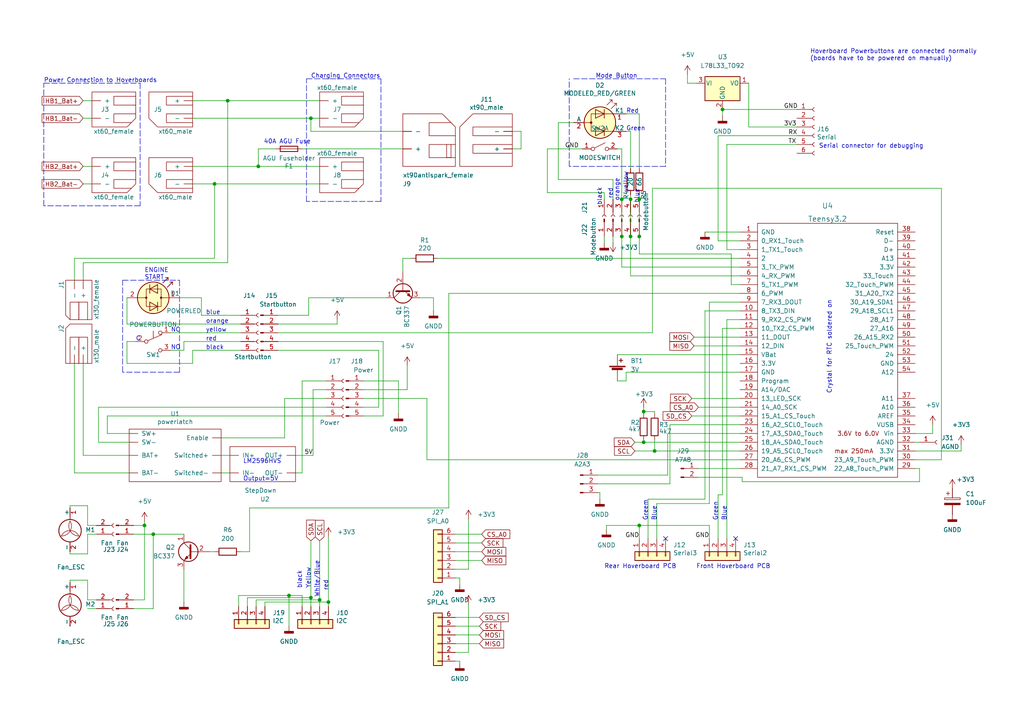
<source format=kicad_sch>
(kicad_sch (version 20211123) (generator eeschema)

  (uuid 00e38d63-5436-49db-81f5-697421f168fc)

  (paper "A4")

  

  (junction (at 62.23 53.34) (diameter 0) (color 0 0 0 0)
    (uuid 051b8cb0-ae77-4e09-98a7-bf2103319e66)
  )
  (junction (at 41.91 152.4) (diameter 0) (color 0 0 0 0)
    (uuid 08d3dd73-6f4c-4fc2-8e37-f281b85fe0d4)
  )
  (junction (at 92.71 173.99) (diameter 0) (color 0 0 0 0)
    (uuid 0b10b5dd-1068-4091-bac0-79652863a01e)
  )
  (junction (at 186.69 128.27) (diameter 0) (color 0 0 0 0)
    (uuid 0bb5c886-5f9c-4c29-83d9-f58a572fcd79)
  )
  (junction (at 90.17 34.29) (diameter 0) (color 0 0 0 0)
    (uuid 123968c6-74e7-4754-8c36-08ea08e42555)
  )
  (junction (at 44.45 154.94) (diameter 0) (color 0 0 0 0)
    (uuid 17f40a5c-3441-49ae-8b83-88ce922d0e3d)
  )
  (junction (at 182.88 57.785) (diameter 0) (color 0 0 0 0)
    (uuid 35351f64-441a-4f62-87d4-a200c91bb3de)
  )
  (junction (at 185.42 152.4) (diameter 0) (color 0 0 0 0)
    (uuid 38f3170a-b54c-4011-af49-381b27b9e9bb)
  )
  (junction (at 186.69 119.38) (diameter 0) (color 0 0 0 0)
    (uuid 40412e4d-fa67-404b-8675-fb145207776f)
  )
  (junction (at 185.42 68.58) (diameter 0) (color 0 0 0 0)
    (uuid 5037a3f1-8665-4753-8111-3cc5f01f527e)
  )
  (junction (at 83.82 172.72) (diameter 0) (color 0 0 0 0)
    (uuid 69403c96-f918-448f-9931-0f743ebdeac3)
  )
  (junction (at 74.93 48.26) (diameter 0) (color 0 0 0 0)
    (uuid 79451892-db6b-4999-916d-6392174ee493)
  )
  (junction (at 189.865 130.81) (diameter 0) (color 0 0 0 0)
    (uuid 8704d76b-52f1-45a4-966f-1d07e731c198)
  )
  (junction (at 185.42 57.785) (diameter 0) (color 0 0 0 0)
    (uuid 8b0c0bc4-8c66-4ee6-94d3-7711afdbbace)
  )
  (junction (at 209.55 31.75) (diameter 0) (color 0 0 0 0)
    (uuid 90b82718-91a8-42b9-8b5c-f55037401d9a)
  )
  (junction (at 182.88 68.58) (diameter 0) (color 0 0 0 0)
    (uuid 92ecfc54-4a5a-4f80-835f-341e5f4566e0)
  )
  (junction (at 180.34 57.785) (diameter 0) (color 0 0 0 0)
    (uuid 9654c0fa-eebe-4319-94a4-df6f955eea98)
  )
  (junction (at 180.34 68.58) (diameter 0) (color 0 0 0 0)
    (uuid 983cd6c3-109c-4c73-99a3-ba679cdd09e5)
  )
  (junction (at 95.25 174.625) (diameter 0) (color 0 0 0 0)
    (uuid ae42da24-02f4-42e7-8f2c-3c1c04118f9b)
  )
  (junction (at 90.17 173.355) (diameter 0) (color 0 0 0 0)
    (uuid e6bbf99a-2bfc-49bf-a0f1-56b03ff0b655)
  )
  (junction (at 66.04 29.21) (diameter 0) (color 0 0 0 0)
    (uuid fad4c712-0a2e-465d-a9f8-83d26bd66e37)
  )

  (no_connect (at 213.36 156.21) (uuid 57276367-9ce4-4738-88d7-6e8cb94c966c))
  (no_connect (at 193.04 156.21) (uuid 72b36951-3ec7-4569-9c88-cf9b4afe1cae))

  (wire (pts (xy 66.675 132.08) (xy 64.135 132.08))
    (stroke (width 0) (type default) (color 0 0 0 0))
    (uuid 009b5465-0a65-4237-93e7-eb65321eeb18)
  )
  (wire (pts (xy 55.88 101.6) (xy 69.85 101.6))
    (stroke (width 0) (type default) (color 0 0 0 0))
    (uuid 00f6ae70-94cc-4d50-aa7e-814bf3ec142c)
  )
  (wire (pts (xy 62.23 53.34) (xy 62.23 74.93))
    (stroke (width 0) (type default) (color 0 0 0 0))
    (uuid 02538207-54a8-4266-8d51-23871852b2ff)
  )
  (wire (pts (xy 158.75 43.18) (xy 158.75 55.88))
    (stroke (width 0) (type default) (color 0 0 0 0))
    (uuid 03b1ac56-3611-4584-aaf7-656eb89a5a58)
  )
  (wire (pts (xy 215.265 138.43) (xy 215.265 139.7))
    (stroke (width 0) (type default) (color 0 0 0 0))
    (uuid 03be6da5-418d-418a-bdc9-efc133e39230)
  )
  (wire (pts (xy 181.61 38.1) (xy 182.88 38.1))
    (stroke (width 0) (type default) (color 0 0 0 0))
    (uuid 03f57fb4-32a3-4bc6-85b9-fd8ece4a9592)
  )
  (wire (pts (xy 151.13 43.18) (xy 148.59 43.18))
    (stroke (width 0) (type default) (color 0 0 0 0))
    (uuid 04cf2f2c-74bf-400d-b4f6-201720df00ed)
  )
  (wire (pts (xy 185.42 57.785) (xy 185.42 68.58))
    (stroke (width 0) (type default) (color 0 0 0 0))
    (uuid 06407d5a-4471-4505-93e6-0953c197b726)
  )
  (wire (pts (xy 74.93 43.18) (xy 74.93 48.26))
    (stroke (width 0) (type default) (color 0 0 0 0))
    (uuid 083becc8-e25d-4206-9636-55457650bbe3)
  )
  (wire (pts (xy 132.08 167.64) (xy 133.35 167.64))
    (stroke (width 0) (type default) (color 0 0 0 0))
    (uuid 09ec5a1f-8168-4109-a329-ef099cef6d16)
  )
  (wire (pts (xy 83.82 172.72) (xy 69.215 172.72))
    (stroke (width 0) (type default) (color 0 0 0 0))
    (uuid 0a177102-b386-476a-bb78-cfa41e5981d4)
  )
  (polyline (pts (xy 12.7 59.69) (xy 12.7 24.13))
    (stroke (width 0) (type default) (color 0 0 0 0))
    (uuid 0b4c0f05-c855-4742-bad2-dbf645d5842b)
  )

  (wire (pts (xy 265.43 125.73) (xy 270.51 125.73))
    (stroke (width 0) (type default) (color 0 0 0 0))
    (uuid 0bf9b321-fb4d-49fd-9592-7ab5a99eb177)
  )
  (wire (pts (xy 90.17 156.845) (xy 90.17 173.355))
    (stroke (width 0) (type default) (color 0 0 0 0))
    (uuid 0cc9bf07-55b9-458f-b8aa-41b2f51fa940)
  )
  (wire (pts (xy 92.71 156.845) (xy 92.71 173.99))
    (stroke (width 0) (type default) (color 0 0 0 0))
    (uuid 0d5b0f48-7e11-42a1-aa49-31f1b69cb91d)
  )
  (wire (pts (xy 132.08 160.02) (xy 139.7 160.02))
    (stroke (width 0) (type default) (color 0 0 0 0))
    (uuid 0e78b584-2869-48ac-b293-95bd208efc94)
  )
  (wire (pts (xy 189.865 119.38) (xy 189.865 120.015))
    (stroke (width 0) (type default) (color 0 0 0 0))
    (uuid 0e95aa78-7bed-4b26-ac12-dbebf9e2b680)
  )
  (wire (pts (xy 31.115 120.65) (xy 31.115 125.73))
    (stroke (width 0) (type default) (color 0 0 0 0))
    (uuid 0f6a1023-ed00-4bd6-afef-ff227538c5e3)
  )
  (wire (pts (xy 177.8 52.07) (xy 177.8 57.785))
    (stroke (width 0) (type default) (color 0 0 0 0))
    (uuid 11274c77-8dea-42af-9338-4bcf2f325c89)
  )
  (wire (pts (xy 82.55 127) (xy 82.55 115.57))
    (stroke (width 0) (type default) (color 0 0 0 0))
    (uuid 1136c54b-6feb-40f7-ae6a-0f9521f82981)
  )
  (wire (pts (xy 37.465 125.73) (xy 31.115 125.73))
    (stroke (width 0) (type default) (color 0 0 0 0))
    (uuid 1199146e-a60b-416a-b503-e77d6d2892f9)
  )
  (wire (pts (xy 21.59 137.16) (xy 21.59 105.41))
    (stroke (width 0) (type default) (color 0 0 0 0))
    (uuid 12a24e86-2c38-4685-bba9-fff8dddb4cb0)
  )
  (wire (pts (xy 26.67 53.34) (xy 24.13 53.34))
    (stroke (width 0) (type default) (color 0 0 0 0))
    (uuid 12c8f4c9-cb79-4390-b96c-a717c693de17)
  )
  (wire (pts (xy 24.13 48.26) (xy 26.67 48.26))
    (stroke (width 0) (type default) (color 0 0 0 0))
    (uuid 12f8e43c-8f83-48d3-a9b5-5f3ebc0b6c43)
  )
  (wire (pts (xy 186.69 118.11) (xy 186.69 119.38))
    (stroke (width 0) (type default) (color 0 0 0 0))
    (uuid 13519fa0-f319-4568-9da1-27e7fc596e16)
  )
  (wire (pts (xy 265.43 135.89) (xy 266.7 135.89))
    (stroke (width 0) (type default) (color 0 0 0 0))
    (uuid 146a02b6-5fc7-4458-a9ed-fa5fc8409a2a)
  )
  (wire (pts (xy 20.32 146.685) (xy 25.4 146.685))
    (stroke (width 0) (type default) (color 0 0 0 0))
    (uuid 1542b558-bfe7-4e44-b051-52e954f089c4)
  )
  (wire (pts (xy 265.43 130.81) (xy 278.765 130.81))
    (stroke (width 0) (type default) (color 0 0 0 0))
    (uuid 15f2b6d5-48c4-4f31-8b9d-7d2668e7fe00)
  )
  (wire (pts (xy 209.55 95.25) (xy 209.55 143.51))
    (stroke (width 0) (type default) (color 0 0 0 0))
    (uuid 170a1464-a955-4bdc-927d-f8249fd0c04c)
  )
  (wire (pts (xy 66.04 29.21) (xy 66.04 76.2))
    (stroke (width 0) (type default) (color 0 0 0 0))
    (uuid 17ed3508-fa2e-4593-a799-bfd39a6cc14d)
  )
  (wire (pts (xy 127 74.93) (xy 214.63 74.93))
    (stroke (width 0) (type default) (color 0 0 0 0))
    (uuid 181e9518-7706-4189-a885-5e6e3aee3bb9)
  )
  (wire (pts (xy 265.43 128.27) (xy 266.7 128.27))
    (stroke (width 0) (type default) (color 0 0 0 0))
    (uuid 187ceecc-4d16-4960-b753-7e24ff594222)
  )
  (wire (pts (xy 173.99 142.875) (xy 173.99 144.78))
    (stroke (width 0) (type default) (color 0 0 0 0))
    (uuid 196efe40-82f5-438a-bcc9-0e94b5727172)
  )
  (wire (pts (xy 38.735 173.99) (xy 41.91 173.99))
    (stroke (width 0) (type default) (color 0 0 0 0))
    (uuid 1e6a20ef-296c-4f96-9891-ff8455ce839d)
  )
  (polyline (pts (xy 52.07 81.28) (xy 52.07 107.95))
    (stroke (width 0) (type default) (color 0 0 0 0))
    (uuid 1fbb0219-551e-409b-a61b-76e8cebdfb9d)
  )

  (wire (pts (xy 214.63 82.55) (xy 212.09 82.55))
    (stroke (width 0) (type default) (color 0 0 0 0))
    (uuid 1fe5bc2b-0fca-4819-a520-4615dfab4d15)
  )
  (wire (pts (xy 212.09 73.66) (xy 185.42 73.66))
    (stroke (width 0) (type default) (color 0 0 0 0))
    (uuid 21fbd3b0-5961-40f3-b1ce-d8df296cf360)
  )
  (wire (pts (xy 69.215 172.72) (xy 69.215 175.895))
    (stroke (width 0) (type default) (color 0 0 0 0))
    (uuid 25531609-ada1-438f-9524-2d6b2aacec2a)
  )
  (wire (pts (xy 215.265 139.7) (xy 266.7 139.7))
    (stroke (width 0) (type default) (color 0 0 0 0))
    (uuid 26051441-17bc-48e2-838a-cc6dd953b8d7)
  )
  (wire (pts (xy 20.32 168.275) (xy 25.4 168.275))
    (stroke (width 0) (type default) (color 0 0 0 0))
    (uuid 26301722-d82d-4669-b21f-04874a1fbca3)
  )
  (wire (pts (xy 132.08 191.77) (xy 133.35 191.77))
    (stroke (width 0) (type default) (color 0 0 0 0))
    (uuid 2721b0da-8699-4bf1-80bb-1d6b9e717c61)
  )
  (wire (pts (xy 214.63 85.09) (xy 130.175 85.09))
    (stroke (width 0) (type default) (color 0 0 0 0))
    (uuid 2762442d-9432-4074-b79b-8eeab3eaf9a7)
  )
  (polyline (pts (xy 40.64 24.13) (xy 40.64 59.69))
    (stroke (width 0) (type default) (color 0 0 0 0))
    (uuid 282c8e53-3acc-42f0-a92a-6aa976b97a93)
  )

  (wire (pts (xy 148.59 38.1) (xy 151.13 38.1))
    (stroke (width 0) (type default) (color 0 0 0 0))
    (uuid 2878a73c-5447-4cd9-8194-14f52ab9459c)
  )
  (wire (pts (xy 89.535 86.36) (xy 111.76 86.36))
    (stroke (width 0) (type default) (color 0 0 0 0))
    (uuid 28e146f5-f85f-47b5-94b5-a67c33d23635)
  )
  (wire (pts (xy 182.88 57.785) (xy 182.88 68.58))
    (stroke (width 0) (type default) (color 0 0 0 0))
    (uuid 2a71f78d-0911-4a41-a0ce-aa50e93d68c8)
  )
  (wire (pts (xy 161.925 35.56) (xy 161.925 52.07))
    (stroke (width 0) (type default) (color 0 0 0 0))
    (uuid 2b8b629c-53ef-4ac6-91d7-f1a071136889)
  )
  (wire (pts (xy 135.89 165.1) (xy 132.08 165.1))
    (stroke (width 0) (type default) (color 0 0 0 0))
    (uuid 2ba9fb94-a1fa-486c-8933-fbe2803c354e)
  )
  (wire (pts (xy 72.39 160.02) (xy 69.85 160.02))
    (stroke (width 0) (type default) (color 0 0 0 0))
    (uuid 2d84a257-2801-4282-83f8-8a08920949d3)
  )
  (wire (pts (xy 55.88 105.41) (xy 55.88 101.6))
    (stroke (width 0) (type default) (color 0 0 0 0))
    (uuid 2fd044b6-377e-455f-89e0-f4f69a117f77)
  )
  (wire (pts (xy 135.89 150.495) (xy 135.89 165.1))
    (stroke (width 0) (type default) (color 0 0 0 0))
    (uuid 3017e6b7-2d49-4427-9dc1-83cc27ee24a4)
  )
  (wire (pts (xy 185.42 152.4) (xy 185.42 156.21))
    (stroke (width 0) (type default) (color 0 0 0 0))
    (uuid 30c33e3e-fb78-498d-bffe-76273d527004)
  )
  (wire (pts (xy 209.55 31.75) (xy 209.55 33.655))
    (stroke (width 0) (type default) (color 0 0 0 0))
    (uuid 322a7fce-26c4-4bb5-ba5a-1688f26585cf)
  )
  (wire (pts (xy 80.645 96.52) (xy 189.23 96.52))
    (stroke (width 0) (type default) (color 0 0 0 0))
    (uuid 32380bb4-3280-497e-9558-7a21f00e00dd)
  )
  (wire (pts (xy 202.565 135.89) (xy 214.63 135.89))
    (stroke (width 0) (type default) (color 0 0 0 0))
    (uuid 328720cf-ed6a-48e4-9e7f-fa936343671b)
  )
  (wire (pts (xy 20.32 168.91) (xy 20.32 168.275))
    (stroke (width 0) (type default) (color 0 0 0 0))
    (uuid 33072d10-86aa-4a72-9898-01c2c9b5842e)
  )
  (wire (pts (xy 27.94 176.53) (xy 25.4 176.53))
    (stroke (width 0) (type default) (color 0 0 0 0))
    (uuid 34e399b2-48be-42f9-842e-e3b66c7c06bb)
  )
  (wire (pts (xy 209.55 143.51) (xy 208.28 143.51))
    (stroke (width 0) (type default) (color 0 0 0 0))
    (uuid 34eb38bf-2fc7-4a28-893e-3d3609a85d23)
  )
  (wire (pts (xy 41.91 151.13) (xy 41.91 152.4))
    (stroke (width 0) (type default) (color 0 0 0 0))
    (uuid 35a7735a-ee25-458f-bb48-cd448dcda5d3)
  )
  (wire (pts (xy 62.23 53.34) (xy 92.71 53.34))
    (stroke (width 0) (type default) (color 0 0 0 0))
    (uuid 35c09d1f-2914-4d1e-a002-df30af772f3b)
  )
  (wire (pts (xy 24.13 76.2) (xy 24.13 81.28))
    (stroke (width 0) (type default) (color 0 0 0 0))
    (uuid 35ef9c4a-35f6-467b-a704-b1d9354880cf)
  )
  (wire (pts (xy 25.4 154.94) (xy 25.4 160.655))
    (stroke (width 0) (type default) (color 0 0 0 0))
    (uuid 39ae077c-5133-4896-9953-71244e980cb5)
  )
  (wire (pts (xy 123.825 115.57) (xy 123.825 133.35))
    (stroke (width 0) (type default) (color 0 0 0 0))
    (uuid 39d7e422-7f67-4268-a2ed-2db52be51cae)
  )
  (wire (pts (xy 158.75 43.18) (xy 168.91 43.18))
    (stroke (width 0) (type default) (color 0 0 0 0))
    (uuid 3a41dd27-ec14-44d5-b505-aad1d829f79a)
  )
  (wire (pts (xy 38.735 154.94) (xy 44.45 154.94))
    (stroke (width 0) (type default) (color 0 0 0 0))
    (uuid 3bc3df81-b30e-4a41-a38c-bca401c1fdb4)
  )
  (wire (pts (xy 132.08 181.61) (xy 139.065 181.61))
    (stroke (width 0) (type default) (color 0 0 0 0))
    (uuid 3bce23fc-cdab-4616-8963-9c1f94f76e8b)
  )
  (wire (pts (xy 94.615 120.65) (xy 31.115 120.65))
    (stroke (width 0) (type default) (color 0 0 0 0))
    (uuid 3bdb6e74-df98-4382-9a1e-8b7b42de8b63)
  )
  (wire (pts (xy 132.08 184.15) (xy 139.065 184.15))
    (stroke (width 0) (type default) (color 0 0 0 0))
    (uuid 3be16d8f-c504-4be9-bb1b-a581c1c2e941)
  )
  (wire (pts (xy 199.39 24.13) (xy 199.39 21.59))
    (stroke (width 0) (type default) (color 0 0 0 0))
    (uuid 3cd14580-9b18-43b9-b012-256b77a63300)
  )
  (wire (pts (xy 24.13 132.08) (xy 37.465 132.08))
    (stroke (width 0) (type default) (color 0 0 0 0))
    (uuid 3e0392c0-affc-4114-9de5-1f1cfe79418a)
  )
  (wire (pts (xy 87.63 43.18) (xy 116.84 43.18))
    (stroke (width 0) (type default) (color 0 0 0 0))
    (uuid 3e3d55c8-e0ea-48fb-8421-a84b7cb7055b)
  )
  (wire (pts (xy 109.855 118.11) (xy 105.41 118.11))
    (stroke (width 0) (type default) (color 0 0 0 0))
    (uuid 40b818f1-4e71-4cf3-bfaf-cb1b72326814)
  )
  (wire (pts (xy 66.04 29.21) (xy 92.71 29.21))
    (stroke (width 0) (type default) (color 0 0 0 0))
    (uuid 422b10b9-e829-44a2-8808-05edd8cb3050)
  )
  (wire (pts (xy 92.71 173.99) (xy 74.295 173.99))
    (stroke (width 0) (type default) (color 0 0 0 0))
    (uuid 4254ab22-9d9b-4884-a1f8-0bb4242f8894)
  )
  (wire (pts (xy 270.51 125.73) (xy 270.51 123.19))
    (stroke (width 0) (type default) (color 0 0 0 0))
    (uuid 44a31d09-65ce-45e2-98f9-0649161b54b4)
  )
  (wire (pts (xy 158.75 55.88) (xy 175.26 55.88))
    (stroke (width 0) (type default) (color 0 0 0 0))
    (uuid 44d10368-2885-4218-b8f1-52a5fde92cb3)
  )
  (wire (pts (xy 214.63 77.47) (xy 180.34 77.47))
    (stroke (width 0) (type default) (color 0 0 0 0))
    (uuid 44dee830-40ed-4a00-8c4e-ba626f32dc1e)
  )
  (wire (pts (xy 25.4 168.275) (xy 25.4 173.99))
    (stroke (width 0) (type default) (color 0 0 0 0))
    (uuid 46fa1be4-d517-4eaf-a68b-dce661fc076c)
  )
  (wire (pts (xy 278.765 130.81) (xy 278.765 128.905))
    (stroke (width 0) (type default) (color 0 0 0 0))
    (uuid 474c69f2-d47e-44b5-9fe8-4f70b718e8d8)
  )
  (wire (pts (xy 90.17 38.1) (xy 90.17 34.29))
    (stroke (width 0) (type default) (color 0 0 0 0))
    (uuid 475ed8b3-90bf-48cd-bce5-d8f48b689541)
  )
  (wire (pts (xy 205.74 146.05) (xy 205.74 87.63))
    (stroke (width 0) (type default) (color 0 0 0 0))
    (uuid 49df14a4-9231-4e0c-8be6-325780f5026d)
  )
  (wire (pts (xy 89.535 91.44) (xy 89.535 86.36))
    (stroke (width 0) (type default) (color 0 0 0 0))
    (uuid 4abd83b2-2075-4fec-a627-5a1558b56d3f)
  )
  (wire (pts (xy 190.5 156.21) (xy 190.5 146.05))
    (stroke (width 0) (type default) (color 0 0 0 0))
    (uuid 4c843bdb-6c9e-40dd-85e2-0567846e18ba)
  )
  (wire (pts (xy 123.825 133.35) (xy 214.63 133.35))
    (stroke (width 0) (type default) (color 0 0 0 0))
    (uuid 4d35d179-1fe5-442a-89de-d0579ca2bbc5)
  )
  (wire (pts (xy 105.41 115.57) (xy 123.825 115.57))
    (stroke (width 0) (type default) (color 0 0 0 0))
    (uuid 4dbb109d-2431-40ac-8260-8df88fdef5cd)
  )
  (wire (pts (xy 184.15 128.27) (xy 186.69 128.27))
    (stroke (width 0) (type default) (color 0 0 0 0))
    (uuid 4fdf05e9-f289-448e-914a-b6881900d6c1)
  )
  (wire (pts (xy 90.17 173.355) (xy 90.17 175.895))
    (stroke (width 0) (type default) (color 0 0 0 0))
    (uuid 50511df0-cbe7-4439-9e9c-f26e04b637db)
  )
  (wire (pts (xy 189.23 54.61) (xy 189.23 96.52))
    (stroke (width 0) (type default) (color 0 0 0 0))
    (uuid 51909adb-2e51-4572-af12-85a12663ac96)
  )
  (wire (pts (xy 193.675 125.73) (xy 214.63 125.73))
    (stroke (width 0) (type default) (color 0 0 0 0))
    (uuid 530ea4c9-0761-4c55-b00d-e28a9768a955)
  )
  (wire (pts (xy 36.83 93.98) (xy 36.83 86.36))
    (stroke (width 0) (type default) (color 0 0 0 0))
    (uuid 53e34696-241f-47e5-a477-f469335c8a61)
  )
  (wire (pts (xy 58.42 91.44) (xy 69.85 91.44))
    (stroke (width 0) (type default) (color 0 0 0 0))
    (uuid 547eeec1-a95c-431b-95a4-2ff936d52170)
  )
  (wire (pts (xy 119.38 74.93) (xy 116.84 74.93))
    (stroke (width 0) (type default) (color 0 0 0 0))
    (uuid 54dfed87-fbe5-47ab-b620-2d6ba5ea0bcb)
  )
  (wire (pts (xy 87.63 172.72) (xy 83.82 172.72))
    (stroke (width 0) (type default) (color 0 0 0 0))
    (uuid 55c7ef39-b251-4a11-94d4-60a109929c6f)
  )
  (wire (pts (xy 205.74 152.4) (xy 205.74 156.21))
    (stroke (width 0) (type default) (color 0 0 0 0))
    (uuid 58d71c09-ba53-43d7-9fc9-7054806963d2)
  )
  (wire (pts (xy 177.8 68.58) (xy 177.8 70.485))
    (stroke (width 0) (type default) (color 0 0 0 0))
    (uuid 58dfd4b5-1213-4f4d-8f38-79c6f352f825)
  )
  (wire (pts (xy 36.83 99.06) (xy 36.83 105.41))
    (stroke (width 0) (type default) (color 0 0 0 0))
    (uuid 58e8a243-dbf1-46ec-a9ca-62db6c046a4b)
  )
  (wire (pts (xy 94.615 118.11) (xy 28.575 118.11))
    (stroke (width 0) (type default) (color 0 0 0 0))
    (uuid 5a040418-8644-4cf8-9de0-ba3624649e9e)
  )
  (wire (pts (xy 116.84 74.93) (xy 116.84 78.74))
    (stroke (width 0) (type default) (color 0 0 0 0))
    (uuid 5a1c01fb-cf82-4e17-9a62-00e0a3adba47)
  )
  (wire (pts (xy 182.88 68.58) (xy 182.88 80.01))
    (stroke (width 0) (type default) (color 0 0 0 0))
    (uuid 5ae7ec9d-f872-4d2d-a4c4-ccac7b92dc87)
  )
  (wire (pts (xy 94.615 113.03) (xy 90.805 113.03))
    (stroke (width 0) (type default) (color 0 0 0 0))
    (uuid 5b15d041-2d51-4c90-8164-397806011835)
  )
  (wire (pts (xy 95.25 174.625) (xy 95.25 175.895))
    (stroke (width 0) (type default) (color 0 0 0 0))
    (uuid 5c3c20ac-7d6a-4a6a-8d79-b176608d957f)
  )
  (wire (pts (xy 76.835 175.895) (xy 76.835 174.625))
    (stroke (width 0) (type default) (color 0 0 0 0))
    (uuid 5dba2df1-c0a7-451c-ad63-7260d7b1f5a8)
  )
  (wire (pts (xy 217.17 24.13) (xy 217.17 36.83))
    (stroke (width 0) (type default) (color 0 0 0 0))
    (uuid 5ed4b1e8-90c2-4c04-ad74-ed120cd6971b)
  )
  (wire (pts (xy 55.88 29.21) (xy 66.04 29.21))
    (stroke (width 0) (type default) (color 0 0 0 0))
    (uuid 5f312b85-6822-40a3-b417-2df49696ca2d)
  )
  (wire (pts (xy 24.13 29.21) (xy 26.67 29.21))
    (stroke (width 0) (type default) (color 0 0 0 0))
    (uuid 5f38bdb2-3657-474e-8e86-d6bb0b298110)
  )
  (wire (pts (xy 74.295 173.99) (xy 74.295 175.895))
    (stroke (width 0) (type default) (color 0 0 0 0))
    (uuid 6064ea35-013e-4b86-a6c4-39586d23a64c)
  )
  (wire (pts (xy 182.88 56.515) (xy 182.88 57.785))
    (stroke (width 0) (type default) (color 0 0 0 0))
    (uuid 613cedd3-6317-45b7-905c-7688baf53bf3)
  )
  (wire (pts (xy 209.55 31.75) (xy 231.14 31.75))
    (stroke (width 0) (type default) (color 0 0 0 0))
    (uuid 6202b522-e646-49af-83e4-b5d7844d80bd)
  )
  (wire (pts (xy 25.4 146.685) (xy 25.4 152.4))
    (stroke (width 0) (type default) (color 0 0 0 0))
    (uuid 62880b37-7f4d-4027-be35-87ea11b9bfce)
  )
  (wire (pts (xy 115.57 120.015) (xy 115.57 110.49))
    (stroke (width 0) (type default) (color 0 0 0 0))
    (uuid 62a6d334-f451-48c1-bbb3-2e2aacab4352)
  )
  (wire (pts (xy 194.31 123.19) (xy 214.63 123.19))
    (stroke (width 0) (type default) (color 0 0 0 0))
    (uuid 62bfa5ee-896d-42a1-8a5e-5e1301811401)
  )
  (wire (pts (xy 25.4 173.99) (xy 27.94 173.99))
    (stroke (width 0) (type default) (color 0 0 0 0))
    (uuid 62c26a31-4bf5-4a49-846e-2a9deae7bdd9)
  )
  (wire (pts (xy 182.88 38.1) (xy 182.88 48.895))
    (stroke (width 0) (type default) (color 0 0 0 0))
    (uuid 62e8c4d4-266c-4e53-8981-1028251d724c)
  )
  (wire (pts (xy 208.28 69.85) (xy 208.28 39.37))
    (stroke (width 0) (type default) (color 0 0 0 0))
    (uuid 63884a0c-3153-4b16-b576-b3d0570549ad)
  )
  (wire (pts (xy 130.175 85.09) (xy 130.175 147.32))
    (stroke (width 0) (type default) (color 0 0 0 0))
    (uuid 649506bc-e737-4d40-826c-c9ae6cf7999f)
  )
  (wire (pts (xy 204.47 90.17) (xy 204.47 144.78))
    (stroke (width 0) (type default) (color 0 0 0 0))
    (uuid 64a82c13-23a0-425e-9d2f-c51801b5f76e)
  )
  (wire (pts (xy 37.465 137.16) (xy 21.59 137.16))
    (stroke (width 0) (type default) (color 0 0 0 0))
    (uuid 6513181c-0a6a-4560-9a18-17450c36ae2a)
  )
  (wire (pts (xy 38.735 176.53) (xy 44.45 176.53))
    (stroke (width 0) (type default) (color 0 0 0 0))
    (uuid 655a4dd6-df89-48f2-a803-643990d058bd)
  )
  (wire (pts (xy 208.28 39.37) (xy 231.14 39.37))
    (stroke (width 0) (type default) (color 0 0 0 0))
    (uuid 65b9a046-bb8f-42cd-b846-d3362b0ef51f)
  )
  (wire (pts (xy 175.895 152.4) (xy 185.42 152.4))
    (stroke (width 0) (type default) (color 0 0 0 0))
    (uuid 68422ffc-83e4-42e5-b1dc-f3b10be98daf)
  )
  (polyline (pts (xy 165.1 48.26) (xy 165.1 22.86))
    (stroke (width 0) (type default) (color 0 0 0 0))
    (uuid 6ac3ab53-7523-4805-bfd2-5de19dff127e)
  )

  (wire (pts (xy 202.565 118.11) (xy 214.63 118.11))
    (stroke (width 0) (type default) (color 0 0 0 0))
    (uuid 6b341153-e6a9-446e-a41f-f0b6803ef98d)
  )
  (wire (pts (xy 133.35 167.64) (xy 133.35 169.545))
    (stroke (width 0) (type default) (color 0 0 0 0))
    (uuid 6bb2c937-e8ff-43d0-9b06-456594eb25e9)
  )
  (wire (pts (xy 36.83 99.06) (xy 39.37 99.06))
    (stroke (width 0) (type default) (color 0 0 0 0))
    (uuid 6bd115d6-07e0-45db-8f2e-3cbb0429104f)
  )
  (wire (pts (xy 125.73 86.36) (xy 125.73 90.17))
    (stroke (width 0) (type default) (color 0 0 0 0))
    (uuid 6cb93665-0bcd-4104-8633-fffd1811eee0)
  )
  (wire (pts (xy 204.47 67.31) (xy 214.63 67.31))
    (stroke (width 0) (type default) (color 0 0 0 0))
    (uuid 6d660d44-2237-493b-a881-7e0ebb385c2c)
  )
  (wire (pts (xy 115.57 110.49) (xy 105.41 110.49))
    (stroke (width 0) (type default) (color 0 0 0 0))
    (uuid 6fb78646-375d-4e04-bdf3-192bdf9fa3e4)
  )
  (wire (pts (xy 214.63 90.17) (xy 204.47 90.17))
    (stroke (width 0) (type default) (color 0 0 0 0))
    (uuid 6fe0cc28-1be0-4954-b1df-068cf34b34b8)
  )
  (wire (pts (xy 187.96 156.21) (xy 187.96 144.78))
    (stroke (width 0) (type default) (color 0 0 0 0))
    (uuid 6ffdf05e-e119-49f9-85e9-13e4901df42a)
  )
  (wire (pts (xy 20.32 160.655) (xy 20.32 160.02))
    (stroke (width 0) (type default) (color 0 0 0 0))
    (uuid 707520b4-cacf-45dc-bb64-b15608f9208f)
  )
  (wire (pts (xy 38.735 152.4) (xy 41.91 152.4))
    (stroke (width 0) (type default) (color 0 0 0 0))
    (uuid 716ce140-e601-44e8-935e-856b42be6077)
  )
  (wire (pts (xy 186.69 119.38) (xy 189.865 119.38))
    (stroke (width 0) (type default) (color 0 0 0 0))
    (uuid 719e9152-e8ec-4038-bff3-e10dc6873da6)
  )
  (wire (pts (xy 111.125 120.65) (xy 111.125 99.06))
    (stroke (width 0) (type default) (color 0 0 0 0))
    (uuid 71b43be9-08f7-4641-91ab-0e786ed1182f)
  )
  (wire (pts (xy 80.01 43.18) (xy 74.93 43.18))
    (stroke (width 0) (type default) (color 0 0 0 0))
    (uuid 725cdf26-4b92-46db-bca9-10d930002dda)
  )
  (wire (pts (xy 80.645 101.6) (xy 109.855 101.6))
    (stroke (width 0) (type default) (color 0 0 0 0))
    (uuid 72c5b5dc-7d0c-4e1d-aa45-7f2d6eeb3e27)
  )
  (wire (pts (xy 189.865 130.81) (xy 214.63 130.81))
    (stroke (width 0) (type default) (color 0 0 0 0))
    (uuid 7468e343-8d98-49cd-b0f3-87e6dfd3c57b)
  )
  (wire (pts (xy 180.34 43.18) (xy 180.34 57.785))
    (stroke (width 0) (type default) (color 0 0 0 0))
    (uuid 75c8508a-aa91-42ac-a3e8-5f7b38c6618f)
  )
  (wire (pts (xy 20.32 160.655) (xy 25.4 160.655))
    (stroke (width 0) (type default) (color 0 0 0 0))
    (uuid 782ab777-440f-4045-a4c0-f73ddee70716)
  )
  (wire (pts (xy 118.11 113.03) (xy 105.41 113.03))
    (stroke (width 0) (type default) (color 0 0 0 0))
    (uuid 78fc26a2-c6aa-4020-b71c-d7cbb33d50cf)
  )
  (wire (pts (xy 161.925 35.56) (xy 166.37 35.56))
    (stroke (width 0) (type default) (color 0 0 0 0))
    (uuid 7a2b8997-41f5-4d37-9b4a-91e13dfae36c)
  )
  (wire (pts (xy 74.93 48.26) (xy 92.71 48.26))
    (stroke (width 0) (type default) (color 0 0 0 0))
    (uuid 7acd513a-187b-4936-9f93-2e521ce33ad5)
  )
  (polyline (pts (xy 52.07 107.95) (xy 35.56 107.95))
    (stroke (width 0) (type default) (color 0 0 0 0))
    (uuid 7bfba61b-6752-4a45-9ee6-5984dcb15041)
  )

  (wire (pts (xy 82.55 115.57) (xy 94.615 115.57))
    (stroke (width 0) (type default) (color 0 0 0 0))
    (uuid 7dfa12dd-0cd0-4759-964c-4ba3aef8bb58)
  )
  (wire (pts (xy 175.26 68.58) (xy 175.26 70.485))
    (stroke (width 0) (type default) (color 0 0 0 0))
    (uuid 7f1579b0-7b58-4eea-a427-d38d2582d3aa)
  )
  (wire (pts (xy 60.96 160.02) (xy 62.23 160.02))
    (stroke (width 0) (type default) (color 0 0 0 0))
    (uuid 7f664a3c-9748-45a7-a189-4712ada62fe7)
  )
  (wire (pts (xy 265.43 133.35) (xy 273.05 133.35))
    (stroke (width 0) (type default) (color 0 0 0 0))
    (uuid 81d962a1-f4fc-43bc-9dbe-9b5a35c18019)
  )
  (wire (pts (xy 90.805 113.03) (xy 90.805 132.08))
    (stroke (width 0) (type default) (color 0 0 0 0))
    (uuid 823c34d4-e27b-470a-9b98-977c836aa764)
  )
  (polyline (pts (xy 40.64 59.69) (xy 12.7 59.69))
    (stroke (width 0) (type default) (color 0 0 0 0))
    (uuid 83c5181e-f5ee-453c-ae5c-d7256ba8837d)
  )

  (wire (pts (xy 181.61 33.02) (xy 185.42 33.02))
    (stroke (width 0) (type default) (color 0 0 0 0))
    (uuid 844d7d7a-b386-45a8-aaf6-bf41bbcb43b5)
  )
  (wire (pts (xy 173.355 140.335) (xy 194.31 140.335))
    (stroke (width 0) (type default) (color 0 0 0 0))
    (uuid 85827b25-c667-4d1b-8921-52bdc5430650)
  )
  (wire (pts (xy 53.34 165.1) (xy 53.34 174.625))
    (stroke (width 0) (type default) (color 0 0 0 0))
    (uuid 885d043f-b4c9-4eb2-820d-d417cb4bc866)
  )
  (polyline (pts (xy 88.9 22.86) (xy 110.49 22.86))
    (stroke (width 0) (type default) (color 0 0 0 0))
    (uuid 888fd7cb-2fc6-480c-bcfa-0b71303087d3)
  )

  (wire (pts (xy 71.755 173.355) (xy 90.17 173.355))
    (stroke (width 0) (type default) (color 0 0 0 0))
    (uuid 89607785-50a6-412e-9773-1e085f5b77fa)
  )
  (wire (pts (xy 36.83 93.98) (xy 69.85 93.98))
    (stroke (width 0) (type default) (color 0 0 0 0))
    (uuid 8aeae536-fd36-430e-be47-1a856eced2fc)
  )
  (wire (pts (xy 87.63 110.49) (xy 94.615 110.49))
    (stroke (width 0) (type default) (color 0 0 0 0))
    (uuid 8b61a8d2-0056-4f41-829d-4d87fa944b28)
  )
  (wire (pts (xy 28.575 118.11) (xy 28.575 128.27))
    (stroke (width 0) (type default) (color 0 0 0 0))
    (uuid 8b99dc7a-2e02-445b-a6cf-b55663646f65)
  )
  (wire (pts (xy 181.61 110.49) (xy 179.07 110.49))
    (stroke (width 0) (type default) (color 0 0 0 0))
    (uuid 8cb3cff4-5ab5-48e7-bf9f-51e859cf7f20)
  )
  (wire (pts (xy 71.755 175.895) (xy 71.755 173.355))
    (stroke (width 0) (type default) (color 0 0 0 0))
    (uuid 8d023456-8ad9-4f7e-897d-e73ffdb4933e)
  )
  (wire (pts (xy 55.88 48.26) (xy 74.93 48.26))
    (stroke (width 0) (type default) (color 0 0 0 0))
    (uuid 8e295ed4-82cb-4d9f-8888-7ad2dd4d5129)
  )
  (wire (pts (xy 179.07 43.18) (xy 180.34 43.18))
    (stroke (width 0) (type default) (color 0 0 0 0))
    (uuid 90e761f6-1432-4f73-ad28-fa8869b7ec31)
  )
  (wire (pts (xy 118.11 106.045) (xy 118.11 113.03))
    (stroke (width 0) (type default) (color 0 0 0 0))
    (uuid 940380cb-8cf9-45b8-b600-7d8ce8a785d6)
  )
  (wire (pts (xy 151.13 38.1) (xy 151.13 43.18))
    (stroke (width 0) (type default) (color 0 0 0 0))
    (uuid 955cc99e-a129-42cf-abc7-aa99813fdb5f)
  )
  (wire (pts (xy 53.34 99.06) (xy 69.85 99.06))
    (stroke (width 0) (type default) (color 0 0 0 0))
    (uuid 965dcc1b-b3f1-4059-96bc-33cc40cfb1c9)
  )
  (wire (pts (xy 132.08 189.23) (xy 135.89 189.23))
    (stroke (width 0) (type default) (color 0 0 0 0))
    (uuid 96b1672c-107c-4f66-9cdb-f0ef0147a931)
  )
  (wire (pts (xy 21.59 74.93) (xy 62.23 74.93))
    (stroke (width 0) (type default) (color 0 0 0 0))
    (uuid 974c48bf-534e-4335-98e1-b0426c783e99)
  )
  (wire (pts (xy 201.295 97.79) (xy 214.63 97.79))
    (stroke (width 0) (type default) (color 0 0 0 0))
    (uuid 97b85742-d338-4986-b5da-fb7c945b794b)
  )
  (wire (pts (xy 181.61 107.95) (xy 181.61 110.49))
    (stroke (width 0) (type default) (color 0 0 0 0))
    (uuid 983222ce-bc82-4fbc-a4be-4b8a3f9905a5)
  )
  (wire (pts (xy 64.135 127) (xy 82.55 127))
    (stroke (width 0) (type default) (color 0 0 0 0))
    (uuid 98b00c9d-9188-4bce-aa70-92d12dd9cf82)
  )
  (wire (pts (xy 55.88 53.34) (xy 62.23 53.34))
    (stroke (width 0) (type default) (color 0 0 0 0))
    (uuid 99186658-0361-40ba-ae93-62f23c5622e6)
  )
  (polyline (pts (xy 35.56 81.28) (xy 52.07 81.28))
    (stroke (width 0) (type default) (color 0 0 0 0))
    (uuid 99332785-d9f1-4363-9377-26ddc18e6d2c)
  )

  (wire (pts (xy 204.47 144.78) (xy 187.96 144.78))
    (stroke (width 0) (type default) (color 0 0 0 0))
    (uuid 99837fd0-a0a4-4343-8445-986091adde32)
  )
  (wire (pts (xy 97.79 93.98) (xy 97.79 92.71))
    (stroke (width 0) (type default) (color 0 0 0 0))
    (uuid 9992e006-0501-402a-9275-a5a0d8af71f1)
  )
  (polyline (pts (xy 35.56 107.95) (xy 35.56 81.28))
    (stroke (width 0) (type default) (color 0 0 0 0))
    (uuid 99dfa524-0366-4808-b4e8-328fc38e8656)
  )

  (wire (pts (xy 190.5 146.05) (xy 205.74 146.05))
    (stroke (width 0) (type default) (color 0 0 0 0))
    (uuid 9a970ac1-63cf-40d6-bc9a-be6411b01438)
  )
  (wire (pts (xy 179.07 102.87) (xy 214.63 102.87))
    (stroke (width 0) (type default) (color 0 0 0 0))
    (uuid 9d671c06-86f9-4e89-a7da-6f87b0b7d806)
  )
  (wire (pts (xy 20.32 147.32) (xy 20.32 146.685))
    (stroke (width 0) (type default) (color 0 0 0 0))
    (uuid 9ed2e82a-459f-49e0-a3a3-7e6e749f942c)
  )
  (polyline (pts (xy 193.04 22.86) (xy 193.04 48.26))
    (stroke (width 0) (type default) (color 0 0 0 0))
    (uuid a07b6b2b-7179-4297-b163-5e47ffbe76d3)
  )

  (wire (pts (xy 72.39 147.32) (xy 72.39 160.02))
    (stroke (width 0) (type default) (color 0 0 0 0))
    (uuid a1d929f8-3a0d-4870-a15e-1c1a86c261e8)
  )
  (wire (pts (xy 214.63 80.01) (xy 182.88 80.01))
    (stroke (width 0) (type default) (color 0 0 0 0))
    (uuid a2ce8f9b-adf1-448a-bac0-2619d7ebe60c)
  )
  (wire (pts (xy 185.42 33.02) (xy 185.42 48.895))
    (stroke (width 0) (type default) (color 0 0 0 0))
    (uuid a62609cd-29b7-4918-b97d-7b2404ba61cf)
  )
  (polyline (pts (xy 110.49 22.86) (xy 110.49 58.42))
    (stroke (width 0) (type default) (color 0 0 0 0))
    (uuid a92f3b72-ed6d-4d99-9da6-35771bec3c77)
  )

  (wire (pts (xy 76.835 174.625) (xy 95.25 174.625))
    (stroke (width 0) (type default) (color 0 0 0 0))
    (uuid a9ca165e-67b7-4a4f-a54c-ac2675edd3b2)
  )
  (wire (pts (xy 66.675 137.16) (xy 64.135 137.16))
    (stroke (width 0) (type default) (color 0 0 0 0))
    (uuid aa130053-a451-4f12-97f7-3d4d891a5f83)
  )
  (polyline (pts (xy 110.49 58.42) (xy 88.9 58.42))
    (stroke (width 0) (type default) (color 0 0 0 0))
    (uuid aa1c6f47-cbd4-4cbd-8265-e5ac08b7ffc8)
  )

  (wire (pts (xy 200.66 120.65) (xy 214.63 120.65))
    (stroke (width 0) (type default) (color 0 0 0 0))
    (uuid aa2eacdf-1a2e-4d23-b912-06ac5f7ded68)
  )
  (wire (pts (xy 132.08 154.94) (xy 139.7 154.94))
    (stroke (width 0) (type default) (color 0 0 0 0))
    (uuid ab0f8664-d5a3-4b53-8cc3-378b631c9ad2)
  )
  (wire (pts (xy 44.45 176.53) (xy 44.45 154.94))
    (stroke (width 0) (type default) (color 0 0 0 0))
    (uuid ab9204f6-3305-4fe4-b4ac-f575a6713586)
  )
  (wire (pts (xy 28.575 128.27) (xy 37.465 128.27))
    (stroke (width 0) (type default) (color 0 0 0 0))
    (uuid adefd5fd-1346-4fc3-a57d-6354539839d7)
  )
  (wire (pts (xy 201.295 100.33) (xy 214.63 100.33))
    (stroke (width 0) (type default) (color 0 0 0 0))
    (uuid adf5cd69-75e2-44f4-b1c3-4e8793ef0d28)
  )
  (wire (pts (xy 41.91 152.4) (xy 41.91 173.99))
    (stroke (width 0) (type default) (color 0 0 0 0))
    (uuid b0660e11-ddb6-4a62-be7e-ad208b979ad4)
  )
  (wire (pts (xy 175.895 152.4) (xy 175.895 153.67))
    (stroke (width 0) (type default) (color 0 0 0 0))
    (uuid b0662d8d-790a-4837-b04c-d8dff48e41b3)
  )
  (wire (pts (xy 205.74 87.63) (xy 214.63 87.63))
    (stroke (width 0) (type default) (color 0 0 0 0))
    (uuid b09ae3e0-9b16-4a90-b478-4499f6711690)
  )
  (wire (pts (xy 132.08 157.48) (xy 139.7 157.48))
    (stroke (width 0) (type default) (color 0 0 0 0))
    (uuid b16abbd0-e4cb-40d4-98e5-66d17adc4be4)
  )
  (wire (pts (xy 210.82 92.71) (xy 210.82 156.21))
    (stroke (width 0) (type default) (color 0 0 0 0))
    (uuid b1eaf136-b1ad-42e8-be46-7f4e8def2e37)
  )
  (wire (pts (xy 80.645 91.44) (xy 89.535 91.44))
    (stroke (width 0) (type default) (color 0 0 0 0))
    (uuid b1eb6044-90f9-45c4-bcd7-fc6d92ca931d)
  )
  (wire (pts (xy 210.82 41.91) (xy 210.82 72.39))
    (stroke (width 0) (type default) (color 0 0 0 0))
    (uuid b2c14d5a-b0fd-41f3-b660-f8ce92051c01)
  )
  (wire (pts (xy 105.41 120.65) (xy 111.125 120.65))
    (stroke (width 0) (type default) (color 0 0 0 0))
    (uuid b4314ea9-04bb-4268-962f-e7396df6ea02)
  )
  (wire (pts (xy 27.94 154.94) (xy 25.4 154.94))
    (stroke (width 0) (type default) (color 0 0 0 0))
    (uuid b571e1d8-c5c1-48ac-a7e3-34664a01c974)
  )
  (wire (pts (xy 217.17 36.83) (xy 231.14 36.83))
    (stroke (width 0) (type default) (color 0 0 0 0))
    (uuid b66bd561-8b9b-4d7d-a674-bd75e545031f)
  )
  (wire (pts (xy 186.69 119.38) (xy 186.69 120.015))
    (stroke (width 0) (type default) (color 0 0 0 0))
    (uuid b67e1b48-8c27-4c21-990d-f9ebbc1e0597)
  )
  (wire (pts (xy 80.645 93.98) (xy 97.79 93.98))
    (stroke (width 0) (type default) (color 0 0 0 0))
    (uuid b7e38b71-6d85-4ad8-86ce-f4ab1ba6f773)
  )
  (wire (pts (xy 161.925 52.07) (xy 177.8 52.07))
    (stroke (width 0) (type default) (color 0 0 0 0))
    (uuid b9858390-3c52-4708-9763-39c76728af56)
  )
  (wire (pts (xy 130.175 147.32) (xy 72.39 147.32))
    (stroke (width 0) (type default) (color 0 0 0 0))
    (uuid b9a83e65-82a0-4c2a-b56b-bce5009d20f7)
  )
  (wire (pts (xy 95.25 155.575) (xy 95.25 174.625))
    (stroke (width 0) (type default) (color 0 0 0 0))
    (uuid ba24d722-243f-45ee-b521-7865e70d35e3)
  )
  (wire (pts (xy 201.93 24.13) (xy 199.39 24.13))
    (stroke (width 0) (type default) (color 0 0 0 0))
    (uuid bc33c945-8510-4f7a-9a27-249be5964af0)
  )
  (wire (pts (xy 184.15 130.81) (xy 189.865 130.81))
    (stroke (width 0) (type default) (color 0 0 0 0))
    (uuid bc7a2468-32b3-4b79-85cd-4436ca556dc4)
  )
  (wire (pts (xy 273.05 54.61) (xy 189.23 54.61))
    (stroke (width 0) (type default) (color 0 0 0 0))
    (uuid bd33b194-268e-44c3-b0b1-b7463d83fbac)
  )
  (wire (pts (xy 132.08 179.07) (xy 139.065 179.07))
    (stroke (width 0) (type default) (color 0 0 0 0))
    (uuid bf2d9170-305c-4572-8df6-eade0284a305)
  )
  (wire (pts (xy 49.53 96.52) (xy 69.85 96.52))
    (stroke (width 0) (type default) (color 0 0 0 0))
    (uuid c05406da-4334-464f-bb93-fbd722076165)
  )
  (wire (pts (xy 132.08 186.69) (xy 139.065 186.69))
    (stroke (width 0) (type default) (color 0 0 0 0))
    (uuid c3d7ef96-01f7-4013-b5ae-83025d220958)
  )
  (wire (pts (xy 185.42 152.4) (xy 205.74 152.4))
    (stroke (width 0) (type default) (color 0 0 0 0))
    (uuid c3df6ceb-e872-4ab1-aee6-ba2bcf639497)
  )
  (wire (pts (xy 200.66 115.57) (xy 214.63 115.57))
    (stroke (width 0) (type default) (color 0 0 0 0))
    (uuid c3f5a2f0-2616-416d-8494-b3bd672417e3)
  )
  (wire (pts (xy 193.675 125.73) (xy 193.675 137.795))
    (stroke (width 0) (type default) (color 0 0 0 0))
    (uuid c8f783f8-9603-4e67-84ef-a9d755348b75)
  )
  (wire (pts (xy 49.53 101.6) (xy 53.34 101.6))
    (stroke (width 0) (type default) (color 0 0 0 0))
    (uuid c9f71875-1856-43c2-b1fb-5a3dbed48c46)
  )
  (wire (pts (xy 214.63 69.85) (xy 208.28 69.85))
    (stroke (width 0) (type default) (color 0 0 0 0))
    (uuid ca4978dc-e8c9-435b-870d-c73495b4384d)
  )
  (wire (pts (xy 133.35 191.77) (xy 133.35 192.405))
    (stroke (width 0) (type default) (color 0 0 0 0))
    (uuid cb23987e-7f68-4b0c-b8d0-70a75811cf17)
  )
  (wire (pts (xy 208.28 143.51) (xy 208.28 156.21))
    (stroke (width 0) (type default) (color 0 0 0 0))
    (uuid cb9cdea3-d2ff-4b19-845c-07985c9f22e6)
  )
  (wire (pts (xy 180.34 68.58) (xy 180.34 77.47))
    (stroke (width 0) (type default) (color 0 0 0 0))
    (uuid ce10504d-a63c-4d11-a970-6128f7507135)
  )
  (wire (pts (xy 24.13 105.41) (xy 24.13 132.08))
    (stroke (width 0) (type default) (color 0 0 0 0))
    (uuid cf815d51-c956-4c5a-adde-c373cb025b07)
  )
  (wire (pts (xy 44.45 154.94) (xy 53.34 154.94))
    (stroke (width 0) (type default) (color 0 0 0 0))
    (uuid cf8ce376-1dc2-4e5b-8ab1-3a02234fb178)
  )
  (wire (pts (xy 210.82 92.71) (xy 214.63 92.71))
    (stroke (width 0) (type default) (color 0 0 0 0))
    (uuid cfaa8d7b-946b-42b3-bb23-43e16d31c1d7)
  )
  (wire (pts (xy 58.42 86.36) (xy 58.42 91.44))
    (stroke (width 0) (type default) (color 0 0 0 0))
    (uuid cfff0e3d-b702-4b96-b9ca-ab50c04387cd)
  )
  (wire (pts (xy 214.63 95.25) (xy 209.55 95.25))
    (stroke (width 0) (type default) (color 0 0 0 0))
    (uuid d0fa14a9-87a1-4c41-979e-8cc67abc98e7)
  )
  (polyline (pts (xy 193.04 48.26) (xy 165.1 48.26))
    (stroke (width 0) (type default) (color 0 0 0 0))
    (uuid d1a9be32-38ba-44e6-bc35-f031541ab1fe)
  )

  (wire (pts (xy 36.83 105.41) (xy 55.88 105.41))
    (stroke (width 0) (type default) (color 0 0 0 0))
    (uuid d2426135-d731-4d3b-8194-196fcabad088)
  )
  (wire (pts (xy 109.855 101.6) (xy 109.855 118.11))
    (stroke (width 0) (type default) (color 0 0 0 0))
    (uuid d4bbff3a-357e-4a77-abb3-d366211a39d5)
  )
  (wire (pts (xy 194.31 140.335) (xy 194.31 123.19))
    (stroke (width 0) (type default) (color 0 0 0 0))
    (uuid d6d27c3a-dbdc-4808-b858-a2c258ecd68c)
  )
  (polyline (pts (xy 12.7 24.13) (xy 40.64 24.13))
    (stroke (width 0) (type default) (color 0 0 0 0))
    (uuid d72c89a6-7578-4468-964e-2a845431195f)
  )

  (wire (pts (xy 80.645 99.06) (xy 111.125 99.06))
    (stroke (width 0) (type default) (color 0 0 0 0))
    (uuid d838c7a0-f2b2-4541-972c-3faf8f6be30d)
  )
  (wire (pts (xy 266.7 139.7) (xy 266.7 135.89))
    (stroke (width 0) (type default) (color 0 0 0 0))
    (uuid d9c195cf-5e60-4687-81d6-a9802b6baceb)
  )
  (wire (pts (xy 121.92 86.36) (xy 125.73 86.36))
    (stroke (width 0) (type default) (color 0 0 0 0))
    (uuid dde8619c-5a8c-40eb-9845-65e6a654222d)
  )
  (wire (pts (xy 85.725 137.16) (xy 87.63 137.16))
    (stroke (width 0) (type default) (color 0 0 0 0))
    (uuid de370984-7922-4327-a0ba-7cd613995df4)
  )
  (wire (pts (xy 116.84 38.1) (xy 90.17 38.1))
    (stroke (width 0) (type default) (color 0 0 0 0))
    (uuid df2a6036-7274-4398-9365-148b6ddab90d)
  )
  (wire (pts (xy 210.82 41.91) (xy 231.14 41.91))
    (stroke (width 0) (type default) (color 0 0 0 0))
    (uuid df908da8-20d2-48c3-bc1c-93ded013675d)
  )
  (wire (pts (xy 83.82 172.72) (xy 83.82 181.61))
    (stroke (width 0) (type default) (color 0 0 0 0))
    (uuid e01c24b8-478f-434e-9bc7-8d440d86b2d1)
  )
  (wire (pts (xy 186.69 127.635) (xy 186.69 128.27))
    (stroke (width 0) (type default) (color 0 0 0 0))
    (uuid e027b8cc-c567-4f76-8e22-bec7fef7c720)
  )
  (wire (pts (xy 25.4 152.4) (xy 27.94 152.4))
    (stroke (width 0) (type default) (color 0 0 0 0))
    (uuid e0f7c076-422a-4954-b454-ebadc432b264)
  )
  (wire (pts (xy 173.355 142.875) (xy 173.99 142.875))
    (stroke (width 0) (type default) (color 0 0 0 0))
    (uuid e1afae85-306e-42bd-85a3-7a49d4649e8e)
  )
  (wire (pts (xy 24.13 76.2) (xy 66.04 76.2))
    (stroke (width 0) (type default) (color 0 0 0 0))
    (uuid e2b24e25-1a0d-434a-876b-c595b47d80d2)
  )
  (wire (pts (xy 90.805 132.08) (xy 85.725 132.08))
    (stroke (width 0) (type default) (color 0 0 0 0))
    (uuid e30feb4a-fbf6-4daf-98b5-732517c38662)
  )
  (wire (pts (xy 58.42 86.36) (xy 52.07 86.36))
    (stroke (width 0) (type default) (color 0 0 0 0))
    (uuid e5acb760-6425-450e-a53e-296f9e64c524)
  )
  (wire (pts (xy 212.09 82.55) (xy 212.09 73.66))
    (stroke (width 0) (type default) (color 0 0 0 0))
    (uuid e94ac4e7-5525-401b-b9bc-3d278c0c4dfb)
  )
  (wire (pts (xy 135.89 175.26) (xy 135.89 189.23))
    (stroke (width 0) (type default) (color 0 0 0 0))
    (uuid e9e5540b-6e27-4ccf-9c1c-d90ccd70998f)
  )
  (wire (pts (xy 26.67 34.29) (xy 24.13 34.29))
    (stroke (width 0) (type default) (color 0 0 0 0))
    (uuid eaa0d51a-ee4e-4d3a-a801-bddb7027e94c)
  )
  (polyline (pts (xy 166.37 22.86) (xy 193.04 22.86))
    (stroke (width 0) (type default) (color 0 0 0 0))
    (uuid ebca7c5e-ae52-43e5-ac6c-69a96a9a5b24)
  )

  (wire (pts (xy 92.71 173.99) (xy 92.71 175.895))
    (stroke (width 0) (type default) (color 0 0 0 0))
    (uuid ec345777-3fcb-485c-9c66-7db8bc2ec160)
  )
  (wire (pts (xy 55.88 34.29) (xy 90.17 34.29))
    (stroke (width 0) (type default) (color 0 0 0 0))
    (uuid ee29d712-3378-4507-a00b-003526b29bb1)
  )
  (wire (pts (xy 53.34 101.6) (xy 53.34 99.06))
    (stroke (width 0) (type default) (color 0 0 0 0))
    (uuid ee4886b5-3cb5-4c45-a3ce-dce386a58ae8)
  )
  (wire (pts (xy 210.82 72.39) (xy 214.63 72.39))
    (stroke (width 0) (type default) (color 0 0 0 0))
    (uuid eee5302c-d118-4535-b901-4b0c64ec0372)
  )
  (wire (pts (xy 193.675 137.795) (xy 173.355 137.795))
    (stroke (width 0) (type default) (color 0 0 0 0))
    (uuid f231868d-7f9d-4c70-b11c-09a356269a86)
  )
  (wire (pts (xy 185.42 68.58) (xy 185.42 73.66))
    (stroke (width 0) (type default) (color 0 0 0 0))
    (uuid f23d8215-83a5-4c14-8234-c623f2c219ac)
  )
  (wire (pts (xy 132.08 162.56) (xy 139.7 162.56))
    (stroke (width 0) (type default) (color 0 0 0 0))
    (uuid f2666a09-71bc-41f7-8113-e71fd587d788)
  )
  (polyline (pts (xy 88.9 58.42) (xy 88.9 22.86))
    (stroke (width 0) (type default) (color 0 0 0 0))
    (uuid f28e56e7-283b-4b9a-ae27-95e89770fbf8)
  )

  (wire (pts (xy 185.42 56.515) (xy 185.42 57.785))
    (stroke (width 0) (type default) (color 0 0 0 0))
    (uuid f3044f68-903d-4063-b253-30d8e3a83eae)
  )
  (wire (pts (xy 21.59 81.28) (xy 21.59 74.93))
    (stroke (width 0) (type default) (color 0 0 0 0))
    (uuid f357ddb5-3f44-43b0-b00d-d64f5c62ba4a)
  )
  (wire (pts (xy 189.865 127.635) (xy 189.865 130.81))
    (stroke (width 0) (type default) (color 0 0 0 0))
    (uuid f496a215-b81d-45e3-9134-ba08e2d5c22f)
  )
  (wire (pts (xy 175.26 55.88) (xy 175.26 57.785))
    (stroke (width 0) (type default) (color 0 0 0 0))
    (uuid f4bcada2-de59-4b6a-9c25-98af2d8af36a)
  )
  (wire (pts (xy 273.05 133.35) (xy 273.05 54.61))
    (stroke (width 0) (type default) (color 0 0 0 0))
    (uuid f4c4bc05-687f-492b-8ef6-1a7f11646128)
  )
  (wire (pts (xy 186.69 128.27) (xy 214.63 128.27))
    (stroke (width 0) (type default) (color 0 0 0 0))
    (uuid f8138d67-fb86-4aa2-b417-31f473dd1c8f)
  )
  (wire (pts (xy 87.63 137.16) (xy 87.63 110.49))
    (stroke (width 0) (type default) (color 0 0 0 0))
    (uuid faae2960-92c8-4c3d-beae-989872686eda)
  )
  (wire (pts (xy 90.17 34.29) (xy 92.71 34.29))
    (stroke (width 0) (type default) (color 0 0 0 0))
    (uuid fc83cd71-1198-4019-87a1-dc154bceead3)
  )
  (wire (pts (xy 202.565 138.43) (xy 215.265 138.43))
    (stroke (width 0) (type default) (color 0 0 0 0))
    (uuid fd187e07-3322-4c60-bf68-6948181ed479)
  )
  (wire (pts (xy 180.34 57.785) (xy 180.34 68.58))
    (stroke (width 0) (type default) (color 0 0 0 0))
    (uuid fdc2f410-bd36-4b99-bc4f-1ce22945b717)
  )
  (wire (pts (xy 87.63 172.72) (xy 87.63 175.895))
    (stroke (width 0) (type default) (color 0 0 0 0))
    (uuid fed2a409-8761-4666-ae08-0f96d360042d)
  )
  (wire (pts (xy 214.63 107.95) (xy 181.61 107.95))
    (stroke (width 0) (type default) (color 0 0 0 0))
    (uuid ff13f467-bccc-4e90-8ee4-7cc88e1c283c)
  )

  (text "40A AGU Fuse" (at 90.17 41.91 180)
    (effects (font (size 1.27 1.27)) (justify right bottom))
    (uuid 011ee658-718d-416a-85fd-961729cd1ee5)
  )
  (text "black" (at 174.625 59.69 90)
    (effects (font (size 1.27 1.27)) (justify left bottom))
    (uuid 0a1a1b30-d40b-441d-b771-4805938c9a2e)
  )
  (text "Front Hoverboard PCB" (at 201.93 165.1 0)
    (effects (font (size 1.27 1.27)) (justify left bottom))
    (uuid 10d8ad0e-6a08-4053-92aa-23a15910fd21)
  )
  (text "orange" (at 179.705 58.42 90)
    (effects (font (size 1.27 1.27)) (justify left bottom))
    (uuid 159a8128-3914-4e76-bfdf-3b05561ebc34)
  )
  (text "Hoverboard Powerbuttons are connected normally\n(boards have to be powered on manually)"
    (at 234.95 17.78 0)
    (effects (font (size 1.27 1.27)) (justify left bottom))
    (uuid 1c3169e1-78dc-4f3a-b1a2-bf02578265f6)
  )
  (text "red" (at 59.69 99.06 0)
    (effects (font (size 1.27 1.27)) (justify left bottom))
    (uuid 26c57574-e303-4cc8-896b-e7ea7adae64d)
  )
  (text "yellow" (at 59.69 96.52 0)
    (effects (font (size 1.27 1.27)) (justify left bottom))
    (uuid 2819c1c9-34b5-4b2f-b35c-51ec20ecfa7c)
  )
  (text "Rear Hoverboard PCB" (at 175.26 165.1 0)
    (effects (font (size 1.27 1.27)) (justify left bottom))
    (uuid 2b64d2cb-d62a-4762-97ea-f1b0d4293c4f)
  )
  (text "Blue" (at 210.82 151.13 90)
    (effects (font (size 1.27 1.27)) (justify left bottom))
    (uuid 2db910a0-b943-40b4-b81f-068ba5265f56)
  )
  (text "yellow" (at 182.245 55.88 90)
    (effects (font (size 1.27 1.27)) (justify left bottom))
    (uuid 31edcb87-d276-4440-aca9-8e75e51a047b)
  )
  (text "red" (at 95.25 171.45 90)
    (effects (font (size 1.27 1.27)) (justify left bottom))
    (uuid 358757e3-e4fa-4400-84f1-d961c8f598ae)
  )
  (text "blue" (at 185.42 59.055 90)
    (effects (font (size 1.27 1.27)) (justify left bottom))
    (uuid 3b358fdd-fd85-4eb9-8265-d954721869f4)
  )
  (text "Serial connector for debugging" (at 237.49 43.18 0)
    (effects (font (size 1.27 1.27)) (justify left bottom))
    (uuid 3cc43de6-1ec2-4ee2-8051-fd4513087883)
  )
  (text "Green" (at 208.28 151.13 90)
    (effects (font (size 1.27 1.27)) (justify left bottom))
    (uuid 3f8a5430-68a9-4732-9b89-4e00dd8ae219)
  )
  (text "Greem" (at 187.96 151.13 90)
    (effects (font (size 1.27 1.27)) (justify left bottom))
    (uuid 42ff012d-5eb7-42b9-bb45-415cf26799c6)
  )
  (text "Yellow" (at 90.17 170.815 90)
    (effects (font (size 1.27 1.27)) (justify left bottom))
    (uuid 44035e53-ff94-45ad-801f-55a1ce042a0d)
  )
  (text "Charging Connectors" (at 90.17 22.86 0)
    (effects (font (size 1.27 1.27)) (justify left bottom))
    (uuid 4a7e3849-3bc9-4bb3-b16a-fab2f5cee0e5)
  )
  (text "Output=5V" (at 70.485 139.7 0)
    (effects (font (size 1.27 1.27)) (justify left bottom))
    (uuid 4db55cb8-197b-4402-871f-ce582b65664b)
  )
  (text "red" (at 177.8 57.785 90)
    (effects (font (size 1.27 1.27)) (justify left bottom))
    (uuid 552aa453-5cf8-4fda-9a74-7b6ed84d3d66)
  )
  (text "C" (at 39.37 99.06 0)
    (effects (font (size 1.27 1.27)) (justify left bottom))
    (uuid 79770cd5-32d7-429a-8248-0d9e6212231a)
  )
  (text "ENGINE\nSTART" (at 41.91 81.28 0)
    (effects (font (size 1.27 1.27)) (justify left bottom))
    (uuid 88cb65f4-7e9e-44eb-8692-3b6e2e788a94)
  )
  (text "Blue" (at 190.5 151.13 90)
    (effects (font (size 1.27 1.27)) (justify left bottom))
    (uuid 96de0051-7945-413a-9219-1ab367546962)
  )
  (text "blue" (at 59.69 91.44 0)
    (effects (font (size 1.27 1.27)) (justify left bottom))
    (uuid a117b197-5c7e-41c8-8217-8c95a87f5a78)
  )
  (text "Crystal for RTC soldered on" (at 241.3 114.3 90)
    (effects (font (size 1.27 1.27)) (justify left bottom))
    (uuid a6d8ac8f-a013-4f9e-876c-42c5338d8d69)
  )
  (text "Mode Button" (at 172.72 22.86 0)
    (effects (font (size 1.27 1.27)) (justify left bottom))
    (uuid a8219a78-6b33-4efa-a789-6a67ce8f7a50)
  )
  (text "Green" (at 181.61 38.1 0)
    (effects (font (size 1.27 1.27)) (justify left bottom))
    (uuid b78cb2c1-ae4b-4d9b-acd8-d7fe342342f2)
  )
  (text "orange" (at 59.69 93.98 0)
    (effects (font (size 1.27 1.27)) (justify left bottom))
    (uuid c06122cb-56aa-47a8-b046-d9da1ae267b2)
  )
  (text "Power Connection to Hoverboards" (at 12.7 24.13 0)
    (effects (font (size 1.27 1.27)) (justify left bottom))
    (uuid ca5b6af8-ca05-4338-b852-b51f2b49b1db)
  )
  (text "White/Blue" (at 92.71 173.355 90)
    (effects (font (size 1.27 1.27)) (justify left bottom))
    (uuid cee2f43a-7d22-4585-a857-73949bd17a9d)
  )
  (text "black" (at 59.69 101.6 0)
    (effects (font (size 1.27 1.27)) (justify left bottom))
    (uuid dccc4ac5-8f16-4274-951b-cfdb225a3d97)
  )
  (text "NC" (at 49.53 96.52 0)
    (effects (font (size 1.27 1.27)) (justify left bottom))
    (uuid e17e6c0e-7e5b-43f0-ad48-0a2760b45b04)
  )
  (text "NO" (at 49.53 101.6 0)
    (effects (font (size 1.27 1.27)) (justify left bottom))
    (uuid e4e20505-1208-4100-a4aa-676f50844c06)
  )
  (text "LM2596HVS" (at 70.485 134.62 0)
    (effects (font (size 1.27 1.27)) (justify left bottom))
    (uuid e97b5984-9f0f-43a4-9b8a-838eef4cceb2)
  )
  (text "Red" (at 181.61 33.02 0)
    (effects (font (size 1.27 1.27)) (justify left bottom))
    (uuid f9b1563b-384a-447c-9f47-736504e995c8)
  )
  (text "black" (at 87.63 170.815 90)
    (effects (font (size 1.27 1.27)) (justify left bottom))
    (uuid fc03b48b-b580-43df-a800-152783c84131)
  )

  (label "5V" (at 88.265 132.08 0)
    (effects (font (size 1.27 1.27)) (justify left bottom))
    (uuid 45c0d5de-0c38-4b34-9f0c-f09c6304feba)
  )
  (label "RX" (at 228.6 39.37 0)
    (effects (font (size 1.27 1.27)) (justify left bottom))
    (uuid 71c6e723-673c-45a9-a0e4-9742220c52a3)
  )
  (label "GND" (at 163.83 43.18 0)
    (effects (font (size 1.27 1.27)) (justify left bottom))
    (uuid 84d296ba-3d39-4264-ad19-947f90c54396)
  )
  (label "GND" (at 227.33 31.75 0)
    (effects (font (size 1.27 1.27)) (justify left bottom))
    (uuid 935057d5-6882-4c15-9a35-54677912ba12)
  )
  (label "TX" (at 228.6 41.91 0)
    (effects (font (size 1.27 1.27)) (justify left bottom))
    (uuid b4833916-7a3e-4498-86fb-ec6d13262ffe)
  )
  (label "GND" (at 185.42 156.21 180)
    (effects (font (size 1.27 1.27)) (justify right bottom))
    (uuid c3b3d7f4-943f-4cff-b180-87ef3e1bcbff)
  )
  (label "3V3" (at 227.33 36.83 0)
    (effects (font (size 1.27 1.27)) (justify left bottom))
    (uuid e091e263-c616-48ef-a460-465c70218987)
  )
  (label "GND" (at 205.74 156.21 180)
    (effects (font (size 1.27 1.27)) (justify right bottom))
    (uuid f64497d1-1d62-44a4-8e5e-6fba4ebc969a)
  )

  (global_label "SCK" (shape input) (at 200.66 115.57 180) (fields_autoplaced)
    (effects (font (size 1.27 1.27)) (justify right))
    (uuid 0b294385-b683-4a61-b799-b4e25a7703ca)
    (property "Intersheet References" "${INTERSHEET_REFS}" (id 0) (at 194.5863 115.6494 0)
      (effects (font (size 1.27 1.27)) (justify right) hide)
    )
  )
  (global_label "HB1_Bat+" (shape input) (at 24.13 29.21 180) (fields_autoplaced)
    (effects (font (size 1.27 1.27)) (justify right))
    (uuid 0f560957-a8c5-442f-b20c-c2d88613742c)
    (property "Intersheet References" "${INTERSHEET_REFS}" (id 0) (at 0 0 0)
      (effects (font (size 1.27 1.27)) hide)
    )
  )
  (global_label "HB2_Bat+" (shape input) (at 24.13 48.26 180) (fields_autoplaced)
    (effects (font (size 1.27 1.27)) (justify right))
    (uuid 2a6075ae-c7fa-41db-86b8-3f996740bdc2)
    (property "Intersheet References" "${INTERSHEET_REFS}" (id 0) (at 0 0 0)
      (effects (font (size 1.27 1.27)) hide)
    )
  )
  (global_label "CS_A0" (shape input) (at 139.7 154.94 0) (fields_autoplaced)
    (effects (font (size 1.27 1.27)) (justify left))
    (uuid 30906d31-ca7a-4c10-96e8-3bc670d5af48)
    (property "Intersheet References" "${INTERSHEET_REFS}" (id 0) (at 147.7694 154.8606 0)
      (effects (font (size 1.27 1.27)) (justify left) hide)
    )
  )
  (global_label "MOSI" (shape input) (at 201.295 97.79 180) (fields_autoplaced)
    (effects (font (size 1.27 1.27)) (justify right))
    (uuid 33bf80e5-5f6e-49e1-ba71-9992f4b3b35f)
    (property "Intersheet References" "${INTERSHEET_REFS}" (id 0) (at 194.3746 97.8694 0)
      (effects (font (size 1.27 1.27)) (justify right) hide)
    )
  )
  (global_label "MISO" (shape input) (at 139.7 162.56 0) (fields_autoplaced)
    (effects (font (size 1.27 1.27)) (justify left))
    (uuid 3d98b1cd-6cfa-486c-8b7e-051efb2589a7)
    (property "Intersheet References" "${INTERSHEET_REFS}" (id 0) (at 146.6204 162.4806 0)
      (effects (font (size 1.27 1.27)) (justify left) hide)
    )
  )
  (global_label "CS_A0" (shape input) (at 202.565 118.11 180) (fields_autoplaced)
    (effects (font (size 1.27 1.27)) (justify right))
    (uuid 45fecbb2-5bdb-48d6-b9f5-d7ed69993096)
    (property "Intersheet References" "${INTERSHEET_REFS}" (id 0) (at 194.4956 118.1894 0)
      (effects (font (size 1.27 1.27)) (justify right) hide)
    )
  )
  (global_label "SCL" (shape input) (at 92.71 156.845 90) (fields_autoplaced)
    (effects (font (size 1.27 1.27)) (justify left))
    (uuid 4abcf515-a815-4683-a69e-2880b4084172)
    (property "Intersheet References" "${INTERSHEET_REFS}" (id 0) (at 92.7894 151.0132 90)
      (effects (font (size 1.27 1.27)) (justify left) hide)
    )
  )
  (global_label "MOSI" (shape input) (at 139.7 160.02 0) (fields_autoplaced)
    (effects (font (size 1.27 1.27)) (justify left))
    (uuid 57bdf219-1bc6-4414-bbcb-7aefd03d51fc)
    (property "Intersheet References" "${INTERSHEET_REFS}" (id 0) (at 146.6204 159.9406 0)
      (effects (font (size 1.27 1.27)) (justify left) hide)
    )
  )
  (global_label "SCL" (shape input) (at 184.15 130.81 180) (fields_autoplaced)
    (effects (font (size 1.27 1.27)) (justify right))
    (uuid 5978ce88-3a7e-48c9-b5f8-16b30bc2cde4)
    (property "Intersheet References" "${INTERSHEET_REFS}" (id 0) (at 178.3182 130.7306 0)
      (effects (font (size 1.27 1.27)) (justify right) hide)
    )
  )
  (global_label "SDA" (shape input) (at 184.15 128.27 180) (fields_autoplaced)
    (effects (font (size 1.27 1.27)) (justify right))
    (uuid 846e84e7-55c2-49a8-a978-c69659d79885)
    (property "Intersheet References" "${INTERSHEET_REFS}" (id 0) (at 178.2577 128.1906 0)
      (effects (font (size 1.27 1.27)) (justify right) hide)
    )
  )
  (global_label "SCK" (shape input) (at 139.7 157.48 0) (fields_autoplaced)
    (effects (font (size 1.27 1.27)) (justify left))
    (uuid 8f9d85b0-c057-44e3-b5c1-635b210f6ec3)
    (property "Intersheet References" "${INTERSHEET_REFS}" (id 0) (at 145.7737 157.4006 0)
      (effects (font (size 1.27 1.27)) (justify left) hide)
    )
  )
  (global_label "HB1_Bat-" (shape input) (at 24.13 34.29 180) (fields_autoplaced)
    (effects (font (size 1.27 1.27)) (justify right))
    (uuid 98970bf0-1168-4b4e-a1c9-3b0c8d7eaacf)
    (property "Intersheet References" "${INTERSHEET_REFS}" (id 0) (at 0 0 0)
      (effects (font (size 1.27 1.27)) hide)
    )
  )
  (global_label "MISO" (shape input) (at 139.065 186.69 0) (fields_autoplaced)
    (effects (font (size 1.27 1.27)) (justify left))
    (uuid b7657e6a-8846-482f-9bfe-ee3d6d44dcfa)
    (property "Intersheet References" "${INTERSHEET_REFS}" (id 0) (at 145.9854 186.6106 0)
      (effects (font (size 1.27 1.27)) (justify left) hide)
    )
  )
  (global_label "SD_CS" (shape input) (at 139.065 179.07 0) (fields_autoplaced)
    (effects (font (size 1.27 1.27)) (justify left))
    (uuid c299adeb-9ec5-48f4-9b0e-cddd4bfbd097)
    (property "Intersheet References" "${INTERSHEET_REFS}" (id 0) (at 147.3159 178.9906 0)
      (effects (font (size 1.27 1.27)) (justify left) hide)
    )
  )
  (global_label "MISO" (shape input) (at 201.295 100.33 180) (fields_autoplaced)
    (effects (font (size 1.27 1.27)) (justify right))
    (uuid c7e8824a-2b31-4816-9c9f-e83045bccb83)
    (property "Intersheet References" "${INTERSHEET_REFS}" (id 0) (at 194.3746 100.4094 0)
      (effects (font (size 1.27 1.27)) (justify right) hide)
    )
  )
  (global_label "SD_CS" (shape input) (at 200.66 120.65 180) (fields_autoplaced)
    (effects (font (size 1.27 1.27)) (justify right))
    (uuid cc7b5fe7-f140-4ba8-b746-831ec07846bc)
    (property "Intersheet References" "${INTERSHEET_REFS}" (id 0) (at 192.4091 120.7294 0)
      (effects (font (size 1.27 1.27)) (justify right) hide)
    )
  )
  (global_label "SDA" (shape input) (at 90.17 156.845 90) (fields_autoplaced)
    (effects (font (size 1.27 1.27)) (justify left))
    (uuid d9112301-465e-4001-b503-b89fbb747ede)
    (property "Intersheet References" "${INTERSHEET_REFS}" (id 0) (at 90.2494 150.9527 90)
      (effects (font (size 1.27 1.27)) (justify left) hide)
    )
  )
  (global_label "HB2_Bat-" (shape input) (at 24.13 53.34 180) (fields_autoplaced)
    (effects (font (size 1.27 1.27)) (justify right))
    (uuid db742b9e-1fed-4e0c-b783-f911ab5116aa)
    (property "Intersheet References" "${INTERSHEET_REFS}" (id 0) (at 0 0 0)
      (effects (font (size 1.27 1.27)) hide)
    )
  )
  (global_label "MOSI" (shape input) (at 139.065 184.15 0) (fields_autoplaced)
    (effects (font (size 1.27 1.27)) (justify left))
    (uuid de866c43-7d25-4594-ba0a-1bbc63fddedc)
    (property "Intersheet References" "${INTERSHEET_REFS}" (id 0) (at 145.9854 184.0706 0)
      (effects (font (size 1.27 1.27)) (justify left) hide)
    )
  )
  (global_label "SCK" (shape input) (at 139.065 181.61 0) (fields_autoplaced)
    (effects (font (size 1.27 1.27)) (justify left))
    (uuid e949624c-dbc2-435f-80ba-bf29b47a1473)
    (property "Intersheet References" "${INTERSHEET_REFS}" (id 0) (at 145.1387 181.5306 0)
      (effects (font (size 1.27 1.27)) (justify left) hide)
    )
  )

  (symbol (lib_id "Bobbycar_components:StepDown") (at 76.835 134.62 0) (unit 1)
    (in_bom no) (on_board no)
    (uuid 00000000-0000-0000-0000-00005dece90e)
    (property "Reference" "U2" (id 0) (at 76.835 144.78 0))
    (property "Value" "StepDown" (id 1) (at 75.565 142.24 0))
    (property "Footprint" "" (id 2) (at 76.835 134.62 0)
      (effects (font (size 1.27 1.27)) hide)
    )
    (property "Datasheet" "" (id 3) (at 76.835 134.62 0)
      (effects (font (size 1.27 1.27)) hide)
    )
    (pin "~" (uuid 289d2381-c24d-462b-86ba-5805292aae6b))
    (pin "~" (uuid 289d2381-c24d-462b-86ba-5805292aae6b))
    (pin "~" (uuid 289d2381-c24d-462b-86ba-5805292aae6b))
    (pin "~" (uuid 289d2381-c24d-462b-86ba-5805292aae6b))
  )

  (symbol (lib_id "Bobbycar_components:powerlatch") (at 50.165 133.35 0) (unit 1)
    (in_bom no) (on_board no)
    (uuid 00000000-0000-0000-0000-00005decec56)
    (property "Reference" "U1" (id 0) (at 50.8 120.015 0))
    (property "Value" "powerlatch" (id 1) (at 50.8 122.3264 0))
    (property "Footprint" "" (id 2) (at 50.165 133.35 0)
      (effects (font (size 1.27 1.27)) hide)
    )
    (property "Datasheet" "" (id 3) (at 50.165 133.35 0)
      (effects (font (size 1.27 1.27)) hide)
    )
    (pin "~" (uuid 7672a6d3-c089-44dd-b44a-004517620f5f))
    (pin "~" (uuid 7672a6d3-c089-44dd-b44a-004517620f5f))
    (pin "~" (uuid 7672a6d3-c089-44dd-b44a-004517620f5f))
    (pin "~" (uuid 7672a6d3-c089-44dd-b44a-004517620f5f))
    (pin "~" (uuid 7672a6d3-c089-44dd-b44a-004517620f5f))
    (pin "~" (uuid 7672a6d3-c089-44dd-b44a-004517620f5f))
    (pin "~" (uuid 7672a6d3-c089-44dd-b44a-004517620f5f))
  )

  (symbol (lib_id "Switch:SW_Push_SPDT") (at 44.45 99.06 0) (unit 1)
    (in_bom no) (on_board no)
    (uuid 00000000-0000-0000-0000-00005decf526)
    (property "Reference" "SW1" (id 0) (at 44.45 102.87 0))
    (property "Value" "POWERBUTTON" (id 1) (at 44.45 94.1324 0))
    (property "Footprint" "" (id 2) (at 44.45 99.06 0)
      (effects (font (size 1.27 1.27)) hide)
    )
    (property "Datasheet" "" (id 3) (at 44.45 99.06 0)
      (effects (font (size 1.27 1.27)) hide)
    )
    (pin "1" (uuid 48ba8675-09f2-4632-bdf8-ca37f83b5be5))
    (pin "2" (uuid e65b701a-66aa-4abd-9032-6083d496c4ea))
    (pin "3" (uuid f4a12140-08c6-405d-9bdb-1ea6b7ff2948))
  )

  (symbol (lib_id "Transistor_BJT:BC337") (at 116.84 83.82 90) (mirror x) (unit 1)
    (in_bom yes) (on_board yes)
    (uuid 00000000-0000-0000-0000-00005decfdd2)
    (property "Reference" "Q1" (id 0) (at 115.6716 88.646 0)
      (effects (font (size 1.27 1.27)) (justify left))
    )
    (property "Value" "BC337" (id 1) (at 117.983 88.646 0)
      (effects (font (size 1.27 1.27)) (justify left))
    )
    (property "Footprint" "Package_TO_SOT_THT:TO-92_Inline" (id 2) (at 118.745 88.9 0)
      (effects (font (size 1.27 1.27) italic) (justify left) hide)
    )
    (property "Datasheet" "http://www.nxp.com/documents/data_sheet/BC817_BC817W_BC337.pdf" (id 3) (at 116.84 83.82 0)
      (effects (font (size 1.27 1.27)) (justify left) hide)
    )
    (pin "1" (uuid 481e7bca-7349-4326-9422-19183e628ba7))
    (pin "2" (uuid 7564ba01-1cb1-4f3e-97e5-f32e759eb840))
    (pin "3" (uuid 14c95e1d-240b-40a4-a538-3c00018f0dec))
  )

  (symbol (lib_id "Device:R") (at 123.19 74.93 270) (unit 1)
    (in_bom yes) (on_board yes)
    (uuid 00000000-0000-0000-0000-00005ded2168)
    (property "Reference" "R1" (id 0) (at 123.19 69.6722 90))
    (property "Value" "220" (id 1) (at 123.19 71.9836 90))
    (property "Footprint" "Resistor_SMD:R_0603_1608Metric_Pad0.98x0.95mm_HandSolder" (id 2) (at 123.19 73.152 90)
      (effects (font (size 1.27 1.27)) hide)
    )
    (property "Datasheet" "~" (id 3) (at 123.19 74.93 0)
      (effects (font (size 1.27 1.27)) hide)
    )
    (pin "1" (uuid 13115abf-aa32-4479-ad7f-b4e1a67ba601))
    (pin "2" (uuid bdfad94c-bb5b-44ad-a535-157a1a0675d6))
  )

  (symbol (lib_id "Connector:Conn_01x06_Female") (at 236.22 36.83 0) (unit 1)
    (in_bom yes) (on_board yes)
    (uuid 00000000-0000-0000-0000-00005ded3beb)
    (property "Reference" "J16" (id 0) (at 236.9312 37.4396 0)
      (effects (font (size 1.27 1.27)) (justify left))
    )
    (property "Value" "Serial" (id 1) (at 236.9312 39.751 0)
      (effects (font (size 1.27 1.27)) (justify left))
    )
    (property "Footprint" "Connector_PinHeader_2.54mm:PinHeader_1x06_P2.54mm_Horizontal" (id 2) (at 236.22 36.83 0)
      (effects (font (size 1.27 1.27)) hide)
    )
    (property "Datasheet" "~" (id 3) (at 236.22 36.83 0)
      (effects (font (size 1.27 1.27)) hide)
    )
    (pin "1" (uuid d742a00b-10e4-4818-a4a8-f505c54c633e))
    (pin "2" (uuid 9da5b88a-8ebd-4809-b40b-06cded1ec823))
    (pin "3" (uuid e42a3bcb-900a-4da1-ac04-108b1b07cc7d))
    (pin "4" (uuid 9dd73d08-ea5b-4494-bbc7-33a1f84f00f0))
    (pin "5" (uuid a17d09e5-a707-4f86-880c-3b5475707414))
    (pin "6" (uuid 8c10173b-c110-489b-8d33-ecc22d9667e4))
  )

  (symbol (lib_id "Connector_Generic:Conn_01x04") (at 187.96 161.29 90) (mirror x) (unit 1)
    (in_bom yes) (on_board yes)
    (uuid 00000000-0000-0000-0000-00005ded8e5b)
    (property "Reference" "J12" (id 0) (at 195.2752 158.0642 90)
      (effects (font (size 1.27 1.27)) (justify right))
    )
    (property "Value" "Serial3" (id 1) (at 195.2752 160.3756 90)
      (effects (font (size 1.27 1.27)) (justify right))
    )
    (property "Footprint" "Connector_JST:JST_XH_B4B-XH-A_1x04_P2.50mm_Vertical" (id 2) (at 187.96 161.29 0)
      (effects (font (size 1.27 1.27)) hide)
    )
    (property "Datasheet" "~" (id 3) (at 187.96 161.29 0)
      (effects (font (size 1.27 1.27)) hide)
    )
    (pin "1" (uuid b53136d7-595a-4631-97c8-559edc0abab6))
    (pin "2" (uuid 68b55295-fe67-43f3-942f-ec08960df788))
    (pin "3" (uuid 7f0f8bab-e54c-4aff-9bd5-33a7a55f46d0))
    (pin "4" (uuid 89eedc24-8750-407f-90e4-18b136d8a245))
  )

  (symbol (lib_id "Connector_Generic:Conn_01x04") (at 208.28 161.29 90) (mirror x) (unit 1)
    (in_bom yes) (on_board yes)
    (uuid 00000000-0000-0000-0000-00005dedcef5)
    (property "Reference" "J13" (id 0) (at 215.5952 158.0642 90)
      (effects (font (size 1.27 1.27)) (justify right))
    )
    (property "Value" "Serial2" (id 1) (at 215.5952 160.3756 90)
      (effects (font (size 1.27 1.27)) (justify right))
    )
    (property "Footprint" "Connector_JST:JST_XH_B4B-XH-A_1x04_P2.50mm_Vertical" (id 2) (at 208.28 161.29 0)
      (effects (font (size 1.27 1.27)) hide)
    )
    (property "Datasheet" "~" (id 3) (at 208.28 161.29 0)
      (effects (font (size 1.27 1.27)) hide)
    )
    (pin "1" (uuid 74346443-1cb8-41ad-9627-42ca43062c5d))
    (pin "2" (uuid 146dd21a-45e5-4046-895b-d11829ac5c15))
    (pin "3" (uuid 8a019b04-e371-43dd-a689-6ae92a48333b))
    (pin "4" (uuid 9b17a8c6-b370-462f-a6fd-222b922e0494))
  )

  (symbol (lib_id "Device:Fuse") (at 83.82 43.18 90) (unit 1)
    (in_bom no) (on_board no)
    (uuid 00000000-0000-0000-0000-00005dee315d)
    (property "Reference" "F1" (id 0) (at 83.82 48.1838 90))
    (property "Value" "AGU Fuseholder" (id 1) (at 83.82 45.8724 90))
    (property "Footprint" "" (id 2) (at 83.82 44.958 90)
      (effects (font (size 1.27 1.27)) hide)
    )
    (property "Datasheet" "~" (id 3) (at 83.82 43.18 0)
      (effects (font (size 1.27 1.27)) hide)
    )
    (pin "1" (uuid 580a5354-cf0a-4eee-b1e3-a7e1e2f69ea4))
    (pin "2" (uuid f8734a1c-b989-4ec9-a31e-e159ea628208))
  )

  (symbol (lib_id "Bobbycar_components:xt60_male") (at 55.88 31.75 90) (unit 1)
    (in_bom no) (on_board no)
    (uuid 00000000-0000-0000-0000-00005dee4ae4)
    (property "Reference" "J5" (id 0) (at 46.99 31.75 90)
      (effects (font (size 1.27 1.27)) (justify left))
    )
    (property "Value" "xt60_male" (id 1) (at 55.88 38.1 90)
      (effects (font (size 1.27 1.27)) (justify left))
    )
    (property "Footprint" "" (id 2) (at 58.42 33.02 0)
      (effects (font (size 1.27 1.27)) hide)
    )
    (property "Datasheet" "" (id 3) (at 58.42 33.02 0)
      (effects (font (size 1.27 1.27)) hide)
    )
    (pin "~" (uuid 5e737bb7-9ff1-43d7-bb29-d92d56c2e833))
    (pin "~" (uuid 5e737bb7-9ff1-43d7-bb29-d92d56c2e833))
  )

  (symbol (lib_id "Bobbycar_components:xt60_male") (at 55.88 50.8 90) (unit 1)
    (in_bom no) (on_board no)
    (uuid 00000000-0000-0000-0000-00005dee4c3c)
    (property "Reference" "J6" (id 0) (at 46.99 50.8 90)
      (effects (font (size 1.27 1.27)) (justify left))
    )
    (property "Value" "xt60_male" (id 1) (at 55.88 57.15 90)
      (effects (font (size 1.27 1.27)) (justify left))
    )
    (property "Footprint" "" (id 2) (at 58.42 52.07 0)
      (effects (font (size 1.27 1.27)) hide)
    )
    (property "Datasheet" "" (id 3) (at 58.42 52.07 0)
      (effects (font (size 1.27 1.27)) hide)
    )
    (pin "~" (uuid 283e418a-9a69-45b9-b0eb-506e5b012a1d))
    (pin "~" (uuid 283e418a-9a69-45b9-b0eb-506e5b012a1d))
  )

  (symbol (lib_id "Bobbycar_components:xt60_female") (at 92.71 31.75 270) (mirror x) (unit 1)
    (in_bom no) (on_board no)
    (uuid 00000000-0000-0000-0000-00005def4065)
    (property "Reference" "J7" (id 0) (at 97.79 31.75 90))
    (property "Value" "xt60_female" (id 1) (at 97.79 25.4 90))
    (property "Footprint" "" (id 2) (at 92.71 31.75 0)
      (effects (font (size 1.27 1.27)) hide)
    )
    (property "Datasheet" "" (id 3) (at 92.71 31.75 0)
      (effects (font (size 1.27 1.27)) hide)
    )
    (pin "~" (uuid abfe2d16-5c1c-42e5-a5b8-7ee7611663a5))
    (pin "~" (uuid abfe2d16-5c1c-42e5-a5b8-7ee7611663a5))
  )

  (symbol (lib_id "Bobbycar_components:xt60_female") (at 92.71 50.8 270) (mirror x) (unit 1)
    (in_bom no) (on_board no)
    (uuid 00000000-0000-0000-0000-00005def4204)
    (property "Reference" "J8" (id 0) (at 97.79 50.8 90))
    (property "Value" "xt60_female" (id 1) (at 97.79 44.45 90))
    (property "Footprint" "" (id 2) (at 92.71 50.8 0)
      (effects (font (size 1.27 1.27)) hide)
    )
    (property "Datasheet" "" (id 3) (at 92.71 50.8 0)
      (effects (font (size 1.27 1.27)) hide)
    )
    (pin "~" (uuid 87069b1b-beb7-4ccb-b34c-3dbae8f09b82))
    (pin "~" (uuid 87069b1b-beb7-4ccb-b34c-3dbae8f09b82))
  )

  (symbol (lib_id "Bobbycar_components:xt90antispark_female") (at 116.84 40.64 270) (unit 1)
    (in_bom no) (on_board no)
    (uuid 00000000-0000-0000-0000-00005df005fa)
    (property "Reference" "J9" (id 0) (at 116.84 53.34 90)
      (effects (font (size 1.27 1.27)) (justify left))
    )
    (property "Value" "xt90antispark_female" (id 1) (at 116.84 50.8 90)
      (effects (font (size 1.27 1.27)) (justify left))
    )
    (property "Footprint" "" (id 2) (at 116.84 40.64 0)
      (effects (font (size 1.27 1.27)) hide)
    )
    (property "Datasheet" "" (id 3) (at 116.84 40.64 0)
      (effects (font (size 1.27 1.27)) hide)
    )
    (pin "~" (uuid 47077c27-146a-406e-a83a-e467ee31c5ea))
    (pin "~" (uuid 47077c27-146a-406e-a83a-e467ee31c5ea))
  )

  (symbol (lib_id "Bobbycar_components:xt90_male") (at 148.59 40.64 90) (mirror x) (unit 1)
    (in_bom no) (on_board no)
    (uuid 00000000-0000-0000-0000-00005df0861f)
    (property "Reference" "J11" (id 0) (at 141.1224 28.829 90))
    (property "Value" "xt90_male" (id 1) (at 141.1224 31.1404 90))
    (property "Footprint" "" (id 2) (at 148.59 40.64 0)
      (effects (font (size 1.27 1.27)) hide)
    )
    (property "Datasheet" "" (id 3) (at 148.59 40.64 0)
      (effects (font (size 1.27 1.27)) hide)
    )
    (pin "~" (uuid aa0df799-0b67-406d-90cf-6dbd82290542))
    (pin "~" (uuid aa0df799-0b67-406d-90cf-6dbd82290542))
  )

  (symbol (lib_id "Connector_Generic:Conn_01x04") (at 90.17 180.975 90) (mirror x) (unit 1)
    (in_bom yes) (on_board yes)
    (uuid 00000000-0000-0000-0000-00005df0cf60)
    (property "Reference" "J10" (id 0) (at 97.4852 177.7492 90)
      (effects (font (size 1.27 1.27)) (justify right))
    )
    (property "Value" "I2C" (id 1) (at 97.4852 180.0606 90)
      (effects (font (size 1.27 1.27)) (justify right))
    )
    (property "Footprint" "Connector_JST:JST_XH_B4B-XH-A_1x04_P2.50mm_Vertical" (id 2) (at 90.17 180.975 0)
      (effects (font (size 1.27 1.27)) hide)
    )
    (property "Datasheet" "~" (id 3) (at 90.17 180.975 0)
      (effects (font (size 1.27 1.27)) hide)
    )
    (pin "1" (uuid 7ce6a06a-76d5-486c-9b7e-90ad4720b50c))
    (pin "2" (uuid f39884b5-b79a-44bb-b3eb-35ec0bd36e81))
    (pin "3" (uuid 55b4a7b2-dc10-4200-9c7c-c7d5dbf7fae1))
    (pin "4" (uuid 7aeefa22-81cd-4ce3-8ae2-f37886603509))
  )

  (symbol (lib_id "Bobbycar_components:xt30_male") (at 22.86 105.41 0) (unit 1)
    (in_bom no) (on_board no)
    (uuid 00000000-0000-0000-0000-00005df1046f)
    (property "Reference" "J2" (id 0) (at 17.78 96.52 90)
      (effects (font (size 1.27 1.27)) (justify left))
    )
    (property "Value" "xt30_male" (id 1) (at 27.94 105.41 90)
      (effects (font (size 1.27 1.27)) (justify left))
    )
    (property "Footprint" "" (id 2) (at 22.86 105.41 0)
      (effects (font (size 1.27 1.27)) hide)
    )
    (property "Datasheet" "" (id 3) (at 22.86 105.41 0)
      (effects (font (size 1.27 1.27)) hide)
    )
    (pin "~" (uuid a5adf9fc-330f-4cad-bdb2-e0f8fb1b77b2))
    (pin "~" (uuid a5adf9fc-330f-4cad-bdb2-e0f8fb1b77b2))
  )

  (symbol (lib_id "Bobbycar_components:xt30_female") (at 22.86 81.28 0) (mirror x) (unit 1)
    (in_bom no) (on_board no)
    (uuid 00000000-0000-0000-0000-00005df1061a)
    (property "Reference" "J1" (id 0) (at 17.78 83.82 90)
      (effects (font (size 1.27 1.27)) (justify right))
    )
    (property "Value" "xt30_female" (id 1) (at 27.94 92.71 90)
      (effects (font (size 1.27 1.27)) (justify right))
    )
    (property "Footprint" "" (id 2) (at 22.86 81.28 0)
      (effects (font (size 1.27 1.27)) hide)
    )
    (property "Datasheet" "" (id 3) (at 22.86 81.28 0)
      (effects (font (size 1.27 1.27)) hide)
    )
    (pin "~" (uuid 92c8a67d-ecef-4663-99f5-c2b6e82bc063))
    (pin "~" (uuid 92c8a67d-ecef-4663-99f5-c2b6e82bc063))
  )

  (symbol (lib_id "Bobbycar_wiring-rescue:SW_DPST_x2-Switch") (at 173.99 43.18 0) (unit 1)
    (in_bom no) (on_board no)
    (uuid 00000000-0000-0000-0000-00005df361c7)
    (property "Reference" "SW2" (id 0) (at 173.99 37.211 0))
    (property "Value" "MODESWITCH" (id 1) (at 173.99 45.72 0))
    (property "Footprint" "" (id 2) (at 173.99 43.18 0)
      (effects (font (size 1.27 1.27)) hide)
    )
    (property "Datasheet" "" (id 3) (at 173.99 43.18 0)
      (effects (font (size 1.27 1.27)) hide)
    )
    (pin "1" (uuid d506e6ce-5890-4ac5-a76c-dee140d36875))
    (pin "2" (uuid 7bee351d-dee3-45fb-b4ea-22619b98910a))
    (pin "3" (uuid 5a4d6bfd-f8b3-4981-8668-0ea5d63394c6))
    (pin "4" (uuid 85dc366c-aced-4db7-994a-f59e7019ab3f))
  )

  (symbol (lib_id "Bobbycar_wiring-rescue:LED_Dual_2pin-Device") (at 44.45 86.36 0) (unit 1)
    (in_bom no) (on_board no)
    (uuid 00000000-0000-0000-0000-00005df36553)
    (property "Reference" "D1" (id 0) (at 50.8 85.09 0))
    (property "Value" "POWERLED" (id 1) (at 53.34 90.17 0))
    (property "Footprint" "" (id 2) (at 44.45 86.36 0)
      (effects (font (size 1.27 1.27)) hide)
    )
    (property "Datasheet" "~" (id 3) (at 44.45 86.36 0)
      (effects (font (size 1.27 1.27)) hide)
    )
    (pin "1" (uuid eee8dc0c-d4c5-4949-9f1f-24c6cbe99765))
    (pin "2" (uuid 7046a794-f49a-4bba-922e-a64b18321ede))
  )

  (symbol (lib_id "Bobbycar_wiring-rescue:LED_Dual_CAC-Device") (at 173.99 35.56 0) (unit 1)
    (in_bom no) (on_board no)
    (uuid 00000000-0000-0000-0000-00005df45e41)
    (property "Reference" "D2" (id 0) (at 173.99 24.765 0))
    (property "Value" "MODELED_RED/GREEN" (id 1) (at 173.99 27.0764 0))
    (property "Footprint" "" (id 2) (at 175.26 35.56 0)
      (effects (font (size 1.27 1.27)) hide)
    )
    (property "Datasheet" "~" (id 3) (at 175.26 35.56 0)
      (effects (font (size 1.27 1.27)) hide)
    )
    (pin "1" (uuid 22abc470-4032-48e7-a05c-986fa95ef01c))
    (pin "2" (uuid 6dd07dbc-24b7-4960-95f2-8ee9adbf89a6))
    (pin "3" (uuid 23d9876c-9c1c-4e69-81e0-418a7b9b8156))
  )

  (symbol (lib_id "Device:R") (at 185.42 52.705 180) (unit 1)
    (in_bom no) (on_board no)
    (uuid 00000000-0000-0000-0000-00005df4cd3f)
    (property "Reference" "R5" (id 0) (at 186.69 56.515 90))
    (property "Value" "66" (id 1) (at 185.42 52.705 90))
    (property "Footprint" "" (id 2) (at 187.198 52.705 90)
      (effects (font (size 1.27 1.27)) hide)
    )
    (property "Datasheet" "~" (id 3) (at 185.42 52.705 0)
      (effects (font (size 1.27 1.27)) hide)
    )
    (pin "1" (uuid c25873a0-a879-4098-a3da-0cee0d184bec))
    (pin "2" (uuid 698a101f-2fee-4678-b5fc-9fdf32270aaa))
  )

  (symbol (lib_id "Device:R") (at 182.88 52.705 180) (unit 1)
    (in_bom no) (on_board no)
    (uuid 00000000-0000-0000-0000-00005df4cdeb)
    (property "Reference" "R4" (id 0) (at 181.61 56.515 90))
    (property "Value" "20" (id 1) (at 182.88 52.705 90))
    (property "Footprint" "" (id 2) (at 184.658 52.705 90)
      (effects (font (size 1.27 1.27)) hide)
    )
    (property "Datasheet" "~" (id 3) (at 182.88 52.705 0)
      (effects (font (size 1.27 1.27)) hide)
    )
    (pin "1" (uuid 184ae2b4-08f4-4808-b6fd-ac4ca15793dd))
    (pin "2" (uuid 98ea380b-6e6e-4c71-b703-5baee338ff4f))
  )

  (symbol (lib_id "Device:R") (at 186.69 123.825 0) (unit 1)
    (in_bom yes) (on_board yes)
    (uuid 00000000-0000-0000-0000-00005df4d8f9)
    (property "Reference" "R2" (id 0) (at 182.88 122.555 0)
      (effects (font (size 1.27 1.27)) (justify left))
    )
    (property "Value" "4k7" (id 1) (at 182.245 124.46 0)
      (effects (font (size 1.27 1.27)) (justify left))
    )
    (property "Footprint" "Resistor_SMD:R_0603_1608Metric_Pad0.98x0.95mm_HandSolder" (id 2) (at 184.912 123.825 90)
      (effects (font (size 1.27 1.27)) hide)
    )
    (property "Datasheet" "~" (id 3) (at 186.69 123.825 0)
      (effects (font (size 1.27 1.27)) hide)
    )
    (pin "1" (uuid 1fe6b87b-b978-420b-8b79-fc6751e4d98d))
    (pin "2" (uuid e613b457-b89d-4203-ba0a-1653426a7aab))
  )

  (symbol (lib_id "Device:R") (at 189.865 123.825 0) (unit 1)
    (in_bom yes) (on_board yes)
    (uuid 00000000-0000-0000-0000-00005df4d9c1)
    (property "Reference" "R3" (id 0) (at 191.135 123.19 0)
      (effects (font (size 1.27 1.27)) (justify left))
    )
    (property "Value" "4k7" (id 1) (at 191.135 125.095 0)
      (effects (font (size 1.27 1.27)) (justify left))
    )
    (property "Footprint" "Resistor_SMD:R_0603_1608Metric_Pad0.98x0.95mm_HandSolder" (id 2) (at 188.087 123.825 90)
      (effects (font (size 1.27 1.27)) hide)
    )
    (property "Datasheet" "~" (id 3) (at 189.865 123.825 0)
      (effects (font (size 1.27 1.27)) hide)
    )
    (pin "1" (uuid b9a8586b-1aec-47f6-9ffd-ea4ccc74255c))
    (pin "2" (uuid 3d2094fe-24cf-4c84-9431-cfbd89c92ab9))
  )

  (symbol (lib_id "Bobbycar_components:xt60_female") (at 26.67 31.75 270) (mirror x) (unit 1)
    (in_bom no) (on_board no)
    (uuid 00000000-0000-0000-0000-00005dfdc06d)
    (property "Reference" "J3" (id 0) (at 30.48 31.75 90))
    (property "Value" "xt60_female" (id 1) (at 33.02 38.1 90))
    (property "Footprint" "" (id 2) (at 26.67 31.75 0)
      (effects (font (size 1.27 1.27)) hide)
    )
    (property "Datasheet" "" (id 3) (at 26.67 31.75 0)
      (effects (font (size 1.27 1.27)) hide)
    )
    (pin "~" (uuid c8baad8e-84f6-4984-837a-38ef6d0b77bd))
    (pin "~" (uuid c8baad8e-84f6-4984-837a-38ef6d0b77bd))
  )

  (symbol (lib_id "Bobbycar_components:xt60_female") (at 26.67 50.8 270) (mirror x) (unit 1)
    (in_bom no) (on_board no)
    (uuid 00000000-0000-0000-0000-00005dfdc2fb)
    (property "Reference" "J4" (id 0) (at 30.48 50.8 90))
    (property "Value" "xt60_female" (id 1) (at 33.02 57.15 90))
    (property "Footprint" "" (id 2) (at 26.67 50.8 0)
      (effects (font (size 1.27 1.27)) hide)
    )
    (property "Datasheet" "" (id 3) (at 26.67 50.8 0)
      (effects (font (size 1.27 1.27)) hide)
    )
    (pin "~" (uuid a4649d4d-6aa3-4f07-b7a6-0d73d155ec8e))
    (pin "~" (uuid a4649d4d-6aa3-4f07-b7a6-0d73d155ec8e))
  )

  (symbol (lib_id "power:+5V") (at 199.39 21.59 0) (unit 1)
    (in_bom yes) (on_board yes) (fields_autoplaced)
    (uuid 0157efb2-f4cb-479e-bc0c-0111430c0044)
    (property "Reference" "#PWR0112" (id 0) (at 199.39 25.4 0)
      (effects (font (size 1.27 1.27)) hide)
    )
    (property "Value" "+5V" (id 1) (at 199.39 15.875 0))
    (property "Footprint" "" (id 2) (at 199.39 21.59 0)
      (effects (font (size 1.27 1.27)) hide)
    )
    (property "Datasheet" "" (id 3) (at 199.39 21.59 0)
      (effects (font (size 1.27 1.27)) hide)
    )
    (pin "1" (uuid 9ed56567-0773-4d00-8ae9-985a6328b985))
  )

  (symbol (lib_id "Connector:Conn_01x02_Male") (at 197.485 135.89 0) (unit 1)
    (in_bom yes) (on_board yes) (fields_autoplaced)
    (uuid 0662caa2-4291-4a62-a3b3-7c00389c91e7)
    (property "Reference" "J29" (id 0) (at 198.12 130.81 0))
    (property "Value" "A7A8" (id 1) (at 198.12 133.35 0))
    (property "Footprint" "Connector_PinHeader_2.54mm:PinHeader_1x02_P2.54mm_Vertical" (id 2) (at 197.485 135.89 0)
      (effects (font (size 1.27 1.27)) hide)
    )
    (property "Datasheet" "~" (id 3) (at 197.485 135.89 0)
      (effects (font (size 1.27 1.27)) hide)
    )
    (pin "1" (uuid a5d74b84-8612-4919-a34f-7fdaba5f8984))
    (pin "2" (uuid deb8b999-e906-4027-b3f1-41f13d553246))
  )

  (symbol (lib_id "power:GNDD") (at 209.55 33.655 0) (unit 1)
    (in_bom yes) (on_board yes) (fields_autoplaced)
    (uuid 073f2160-76bb-422b-a642-f8ccef9d914c)
    (property "Reference" "#PWR0111" (id 0) (at 209.55 40.005 0)
      (effects (font (size 1.27 1.27)) hide)
    )
    (property "Value" "GNDD" (id 1) (at 209.55 38.1 0))
    (property "Footprint" "" (id 2) (at 209.55 33.655 0)
      (effects (font (size 1.27 1.27)) hide)
    )
    (property "Datasheet" "" (id 3) (at 209.55 33.655 0)
      (effects (font (size 1.27 1.27)) hide)
    )
    (pin "1" (uuid 1e432265-c87b-4f5d-9e0c-d9b969c340b9))
  )

  (symbol (lib_id "Connector:Conn_01x02_Male") (at 33.655 176.53 0) (mirror x) (unit 1)
    (in_bom yes) (on_board yes)
    (uuid 118cf75c-f0b4-4180-a734-dd15cdbccb1d)
    (property "Reference" "J26" (id 0) (at 35.56 180.975 0))
    (property "Value" "Fan" (id 1) (at 35.56 179.07 0))
    (property "Footprint" "Connector_JST:JST_XH_B2B-XH-A_1x02_P2.50mm_Vertical" (id 2) (at 33.655 176.53 0)
      (effects (font (size 1.27 1.27)) hide)
    )
    (property "Datasheet" "~" (id 3) (at 33.655 176.53 0)
      (effects (font (size 1.27 1.27)) hide)
    )
    (pin "1" (uuid 140c9837-8b27-486b-9865-5c62faf83176))
    (pin "2" (uuid ddcc24b0-8249-4255-a57d-f6d1924da250))
  )

  (symbol (lib_id "Connector:Conn_01x03_Male") (at 168.275 140.335 0) (unit 1)
    (in_bom yes) (on_board yes) (fields_autoplaced)
    (uuid 177ec304-52e1-4256-b5be-071aac495e58)
    (property "Reference" "J28" (id 0) (at 168.91 132.08 0))
    (property "Value" "A2A3" (id 1) (at 168.91 134.62 0))
    (property "Footprint" "Connector_PinHeader_2.54mm:PinHeader_1x03_P2.54mm_Vertical" (id 2) (at 168.275 140.335 0)
      (effects (font (size 1.27 1.27)) hide)
    )
    (property "Datasheet" "~" (id 3) (at 168.275 140.335 0)
      (effects (font (size 1.27 1.27)) hide)
    )
    (pin "1" (uuid afb81e4b-1c4e-4c06-8938-b6f1045a236c))
    (pin "2" (uuid 81f27e65-2f7c-4a7a-ad8f-2ad3bda0f6e4))
    (pin "3" (uuid 1a053627-eee5-4386-bb26-d38088377ef4))
  )

  (symbol (lib_id "power:+3V3") (at 95.25 155.575 0) (unit 1)
    (in_bom yes) (on_board yes) (fields_autoplaced)
    (uuid 17bbe4ce-9503-4041-ad73-c8128abff18a)
    (property "Reference" "#PWR0101" (id 0) (at 95.25 159.385 0)
      (effects (font (size 1.27 1.27)) hide)
    )
    (property "Value" "+3V3" (id 1) (at 97.79 154.3049 0)
      (effects (font (size 1.27 1.27)) (justify left))
    )
    (property "Footprint" "" (id 2) (at 95.25 155.575 0)
      (effects (font (size 1.27 1.27)) hide)
    )
    (property "Datasheet" "" (id 3) (at 95.25 155.575 0)
      (effects (font (size 1.27 1.27)) hide)
    )
    (pin "1" (uuid 5c503842-4a5c-4ea0-b441-92a988112817))
  )

  (symbol (lib_id "power:+3V3") (at 135.89 175.26 0) (unit 1)
    (in_bom yes) (on_board yes) (fields_autoplaced)
    (uuid 209a52d9-34f5-461b-a5a9-7614beec1350)
    (property "Reference" "#PWR0104" (id 0) (at 135.89 179.07 0)
      (effects (font (size 1.27 1.27)) hide)
    )
    (property "Value" "+3V3" (id 1) (at 138.43 173.9899 0)
      (effects (font (size 1.27 1.27)) (justify left))
    )
    (property "Footprint" "" (id 2) (at 135.89 175.26 0)
      (effects (font (size 1.27 1.27)) hide)
    )
    (property "Datasheet" "" (id 3) (at 135.89 175.26 0)
      (effects (font (size 1.27 1.27)) hide)
    )
    (pin "1" (uuid 6c0bfd92-8534-4bfc-b177-5093e82a16e3))
  )

  (symbol (lib_id "power:GNDD") (at 175.26 70.485 0) (unit 1)
    (in_bom yes) (on_board yes) (fields_autoplaced)
    (uuid 242e6486-3ee4-40f6-aec0-502dbc662bcb)
    (property "Reference" "#PWR0113" (id 0) (at 175.26 76.835 0)
      (effects (font (size 1.27 1.27)) hide)
    )
    (property "Value" "GNDD" (id 1) (at 175.26 74.93 0))
    (property "Footprint" "" (id 2) (at 175.26 70.485 0)
      (effects (font (size 1.27 1.27)) hide)
    )
    (property "Datasheet" "" (id 3) (at 175.26 70.485 0)
      (effects (font (size 1.27 1.27)) hide)
    )
    (pin "1" (uuid 4ac089ae-ea2e-4c75-aaa8-0039be219a30))
  )

  (symbol (lib_id "power:GNDD") (at 133.35 192.405 0) (unit 1)
    (in_bom yes) (on_board yes) (fields_autoplaced)
    (uuid 265ab290-422e-4c21-8885-def8f7b4fff2)
    (property "Reference" "#PWR0102" (id 0) (at 133.35 198.755 0)
      (effects (font (size 1.27 1.27)) hide)
    )
    (property "Value" "GNDD" (id 1) (at 133.35 196.85 0))
    (property "Footprint" "" (id 2) (at 133.35 192.405 0)
      (effects (font (size 1.27 1.27)) hide)
    )
    (property "Datasheet" "" (id 3) (at 133.35 192.405 0)
      (effects (font (size 1.27 1.27)) hide)
    )
    (pin "1" (uuid 9e916333-53d7-46f1-af83-a4a577edede9))
  )

  (symbol (lib_id "power:GNDD") (at 276.225 149.225 0) (unit 1)
    (in_bom yes) (on_board yes) (fields_autoplaced)
    (uuid 29362823-67b0-4bc8-ac70-5f9c6959ccf9)
    (property "Reference" "#PWR0108" (id 0) (at 276.225 155.575 0)
      (effects (font (size 1.27 1.27)) hide)
    )
    (property "Value" "GNDD" (id 1) (at 276.225 153.67 0))
    (property "Footprint" "" (id 2) (at 276.225 149.225 0)
      (effects (font (size 1.27 1.27)) hide)
    )
    (property "Datasheet" "" (id 3) (at 276.225 149.225 0)
      (effects (font (size 1.27 1.27)) hide)
    )
    (pin "1" (uuid b725e999-9a48-4198-af75-626f99da5e10))
  )

  (symbol (lib_id "power:GNDD") (at 115.57 120.015 0) (unit 1)
    (in_bom yes) (on_board yes) (fields_autoplaced)
    (uuid 297c2cbd-b97a-4d54-8973-7c725b5f6ee1)
    (property "Reference" "#PWR0118" (id 0) (at 115.57 126.365 0)
      (effects (font (size 1.27 1.27)) hide)
    )
    (property "Value" "GNDD" (id 1) (at 115.57 124.46 0))
    (property "Footprint" "" (id 2) (at 115.57 120.015 0)
      (effects (font (size 1.27 1.27)) hide)
    )
    (property "Datasheet" "" (id 3) (at 115.57 120.015 0)
      (effects (font (size 1.27 1.27)) hide)
    )
    (pin "1" (uuid 91c05246-a6d8-4684-963f-fd595673ff1a))
  )

  (symbol (lib_id "power:+5V") (at 41.91 151.13 0) (unit 1)
    (in_bom yes) (on_board yes) (fields_autoplaced)
    (uuid 29f9dcc6-6759-4e22-9045-a5c33ee08a04)
    (property "Reference" "#PWR0120" (id 0) (at 41.91 154.94 0)
      (effects (font (size 1.27 1.27)) hide)
    )
    (property "Value" "+5V" (id 1) (at 41.91 145.415 0))
    (property "Footprint" "" (id 2) (at 41.91 151.13 0)
      (effects (font (size 1.27 1.27)) hide)
    )
    (property "Datasheet" "" (id 3) (at 41.91 151.13 0)
      (effects (font (size 1.27 1.27)) hide)
    )
    (pin "1" (uuid 7c0d7e10-9c3c-4ea2-992a-26deb98a6bb6))
  )

  (symbol (lib_id "Motor:Fan") (at 20.32 154.94 0) (unit 1)
    (in_bom no) (on_board no)
    (uuid 2ee34c54-8618-4144-bca8-a0f51698fabe)
    (property "Reference" "M1" (id 0) (at 24.765 153.6699 0)
      (effects (font (size 1.27 1.27)) (justify left))
    )
    (property "Value" "Fan_ESC" (id 1) (at 16.51 164.465 0)
      (effects (font (size 1.27 1.27)) (justify left))
    )
    (property "Footprint" "" (id 2) (at 20.32 154.686 0)
      (effects (font (size 1.27 1.27)) hide)
    )
    (property "Datasheet" "~" (id 3) (at 20.32 154.686 0)
      (effects (font (size 1.27 1.27)) hide)
    )
    (pin "1" (uuid 947201d4-21d9-41cd-a84b-31310e7d409f))
    (pin "2" (uuid e0796aca-2f81-455a-a691-b46a4238c524))
  )

  (symbol (lib_id "power:GNDD") (at 175.895 153.67 0) (unit 1)
    (in_bom yes) (on_board yes) (fields_autoplaced)
    (uuid 317a0451-4a59-4cbc-a72d-3e1ab111bf0a)
    (property "Reference" "#PWR0105" (id 0) (at 175.895 160.02 0)
      (effects (font (size 1.27 1.27)) hide)
    )
    (property "Value" "GNDD" (id 1) (at 175.895 158.115 0))
    (property "Footprint" "" (id 2) (at 175.895 153.67 0)
      (effects (font (size 1.27 1.27)) hide)
    )
    (property "Datasheet" "" (id 3) (at 175.895 153.67 0)
      (effects (font (size 1.27 1.27)) hide)
    )
    (pin "1" (uuid 3da6f444-8045-4a75-99a8-a8738a081959))
  )

  (symbol (lib_id "Transistor_BJT:BC337") (at 55.88 160.02 0) (mirror y) (unit 1)
    (in_bom yes) (on_board yes) (fields_autoplaced)
    (uuid 349b2804-63c8-4a10-9ace-d8972e9974ee)
    (property "Reference" "Q2" (id 0) (at 50.8 158.7499 0)
      (effects (font (size 1.27 1.27)) (justify left))
    )
    (property "Value" "BC337" (id 1) (at 50.8 161.2899 0)
      (effects (font (size 1.27 1.27)) (justify left))
    )
    (property "Footprint" "Package_TO_SOT_THT:TO-92_Inline" (id 2) (at 50.8 161.925 0)
      (effects (font (size 1.27 1.27) italic) (justify left) hide)
    )
    (property "Datasheet" "https://diotec.com/tl_files/diotec/files/pdf/datasheets/bc337.pdf" (id 3) (at 55.88 160.02 0)
      (effects (font (size 1.27 1.27)) (justify left) hide)
    )
    (pin "1" (uuid 5acf5042-28e1-4aa3-8bad-ea2885051ea2))
    (pin "2" (uuid e50fe54d-7abd-406a-a02e-272cd8a75482))
    (pin "3" (uuid bbc3df42-59b5-4a00-ae95-ce71e1c66524))
  )

  (symbol (lib_id "Motor:Fan") (at 20.32 176.53 0) (unit 1)
    (in_bom no) (on_board no)
    (uuid 37c624e2-bdbc-4434-8289-80daada46c27)
    (property "Reference" "M2" (id 0) (at 24.765 175.2599 0)
      (effects (font (size 1.27 1.27)) (justify left))
    )
    (property "Value" "Fan_ESC" (id 1) (at 16.51 186.055 0)
      (effects (font (size 1.27 1.27)) (justify left))
    )
    (property "Footprint" "" (id 2) (at 20.32 176.276 0)
      (effects (font (size 1.27 1.27)) hide)
    )
    (property "Datasheet" "~" (id 3) (at 20.32 176.276 0)
      (effects (font (size 1.27 1.27)) hide)
    )
    (pin "1" (uuid 3711c9c8-9e15-41d9-9f25-476fbd2cab62))
    (pin "2" (uuid 028df45e-096a-498f-a729-dd1bfb2ab8bb))
  )

  (symbol (lib_id "power:+5V") (at 270.51 123.19 0) (unit 1)
    (in_bom yes) (on_board yes) (fields_autoplaced)
    (uuid 38e121ed-081a-4dae-b01b-fabe7a773b64)
    (property "Reference" "#PWR0106" (id 0) (at 270.51 127 0)
      (effects (font (size 1.27 1.27)) hide)
    )
    (property "Value" "+5V" (id 1) (at 270.51 117.475 0))
    (property "Footprint" "" (id 2) (at 270.51 123.19 0)
      (effects (font (size 1.27 1.27)) hide)
    )
    (property "Datasheet" "" (id 3) (at 270.51 123.19 0)
      (effects (font (size 1.27 1.27)) hide)
    )
    (pin "1" (uuid 238d1833-6e79-400f-b71f-579bd76f3524))
  )

  (symbol (lib_id "Connector:Conn_01x02_Female") (at 33.02 154.94 0) (mirror x) (unit 1)
    (in_bom no) (on_board no)
    (uuid 3d200879-e508-42c8-871e-c01cb537c9c8)
    (property "Reference" "J23" (id 0) (at 29.845 159.385 0)
      (effects (font (size 1.27 1.27)) (justify left))
    )
    (property "Value" "Fan" (id 1) (at 29.21 157.48 0)
      (effects (font (size 1.27 1.27)) (justify left))
    )
    (property "Footprint" "" (id 2) (at 33.02 154.94 0)
      (effects (font (size 1.27 1.27)) hide)
    )
    (property "Datasheet" "~" (id 3) (at 33.02 154.94 0)
      (effects (font (size 1.27 1.27)) hide)
    )
    (pin "1" (uuid 4afe121e-e3bb-4578-9069-92b562bc8b8a))
    (pin "2" (uuid 92384a39-efea-4cb1-895a-67ae00039a48))
  )

  (symbol (lib_id "power:GNDD") (at 83.82 181.61 0) (unit 1)
    (in_bom yes) (on_board yes) (fields_autoplaced)
    (uuid 4653c122-9625-4f33-a585-bf2055353a61)
    (property "Reference" "#PWR0119" (id 0) (at 83.82 187.96 0)
      (effects (font (size 1.27 1.27)) hide)
    )
    (property "Value" "GNDD" (id 1) (at 83.82 186.055 0))
    (property "Footprint" "" (id 2) (at 83.82 181.61 0)
      (effects (font (size 1.27 1.27)) hide)
    )
    (property "Datasheet" "" (id 3) (at 83.82 181.61 0)
      (effects (font (size 1.27 1.27)) hide)
    )
    (pin "1" (uuid ecf16514-aeb4-41e3-9b3f-994e2cd85651))
  )

  (symbol (lib_id "Connector:Conn_01x05_Male") (at 180.34 63.5 90) (mirror x) (unit 1)
    (in_bom yes) (on_board yes)
    (uuid 4bd42f9e-5f27-4b96-970b-d15afedbd1e2)
    (property "Reference" "J22" (id 0) (at 169.545 66.675 0))
    (property "Value" "Modebutton" (id 1) (at 172.085 68.58 0))
    (property "Footprint" "Connector_JST:JST_XH_B5B-XH-A_1x05_P2.50mm_Vertical" (id 2) (at 180.34 63.5 0)
      (effects (font (size 1.27 1.27)) hide)
    )
    (property "Datasheet" "~" (id 3) (at 180.34 63.5 0)
      (effects (font (size 1.27 1.27)) hide)
    )
    (pin "1" (uuid 7b3fb233-9b38-47a1-9015-2b103db42ad0))
    (pin "2" (uuid 83cef650-d9f8-40d7-a5d0-2428e41cfd82))
    (pin "3" (uuid 5aaafa0f-b912-4958-8c91-30bdc8c82f3f))
    (pin "4" (uuid f3a1849d-b9a0-46b6-a7f7-18f170447861))
    (pin "5" (uuid b5e2c913-af59-4f42-a0f2-9a1933adba86))
  )

  (symbol (lib_id "power:+3V3") (at 276.225 141.605 0) (unit 1)
    (in_bom yes) (on_board yes)
    (uuid 5060e89b-de41-48a2-a6ef-5199a34228a9)
    (property "Reference" "#PWR0107" (id 0) (at 276.225 145.415 0)
      (effects (font (size 1.27 1.27)) hide)
    )
    (property "Value" "+3V3" (id 1) (at 280.035 139.065 0))
    (property "Footprint" "" (id 2) (at 276.225 141.605 0)
      (effects (font (size 1.27 1.27)) hide)
    )
    (property "Datasheet" "" (id 3) (at 276.225 141.605 0)
      (effects (font (size 1.27 1.27)) hide)
    )
    (pin "1" (uuid 437518ad-1392-4e49-a31b-ee0e02e765a5))
  )

  (symbol (lib_id "Connector_Generic:Conn_01x06") (at 127 186.69 180) (unit 1)
    (in_bom yes) (on_board yes) (fields_autoplaced)
    (uuid 5928dbe9-0871-4bbb-9305-f5643ea80ae3)
    (property "Reference" "J20" (id 0) (at 127 172.085 0))
    (property "Value" "SPI_A1" (id 1) (at 127 174.625 0))
    (property "Footprint" "Connector_JST:JST_XH_B6B-XH-A_1x06_P2.50mm_Vertical" (id 2) (at 127 186.69 0)
      (effects (font (size 1.27 1.27)) hide)
    )
    (property "Datasheet" "~" (id 3) (at 127 186.69 0)
      (effects (font (size 1.27 1.27)) hide)
    )
    (pin "1" (uuid d79e93f8-aecb-4b13-b24f-65d9a26d9818))
    (pin "2" (uuid 178888c2-e95b-450f-849e-d34d76768a66))
    (pin "3" (uuid 29d5f42a-19cf-4caf-bf7b-be15a3e92c5e))
    (pin "4" (uuid 260fed50-279a-40bc-b5a3-7d57cd8780e3))
    (pin "5" (uuid 72403b38-bf37-4123-b7fc-74f8f4f2b7af))
    (pin "6" (uuid d24d8569-eaa9-4183-af6d-ca5dfa95ba40))
  )

  (symbol (lib_id "Connector:Conn_01x02_Female") (at 33.02 176.53 0) (mirror x) (unit 1)
    (in_bom no) (on_board no)
    (uuid 59fa12a4-09f0-4876-b749-4f4cdbe1182a)
    (property "Reference" "J25" (id 0) (at 29.845 180.975 0)
      (effects (font (size 1.27 1.27)) (justify left))
    )
    (property "Value" "Fan" (id 1) (at 29.21 179.07 0)
      (effects (font (size 1.27 1.27)) (justify left))
    )
    (property "Footprint" "" (id 2) (at 33.02 176.53 0)
      (effects (font (size 1.27 1.27)) hide)
    )
    (property "Datasheet" "~" (id 3) (at 33.02 176.53 0)
      (effects (font (size 1.27 1.27)) hide)
    )
    (pin "1" (uuid 52c796e2-f363-4ae8-a62b-0e6d4e1bf387))
    (pin "2" (uuid d6399a4a-96b8-43a5-95d9-7960e6938eab))
  )

  (symbol (lib_id "Regulator_Linear:L78L33_TO92") (at 209.55 24.13 0) (unit 1)
    (in_bom yes) (on_board yes) (fields_autoplaced)
    (uuid 5fed31b2-9dc0-4157-9739-9e2eeac4aede)
    (property "Reference" "U3" (id 0) (at 209.55 16.51 0))
    (property "Value" "L78L33_TO92" (id 1) (at 209.55 19.05 0))
    (property "Footprint" "Package_TO_SOT_THT:TO-92_Inline" (id 2) (at 209.55 18.415 0)
      (effects (font (size 1.27 1.27) italic) hide)
    )
    (property "Datasheet" "http://www.st.com/content/ccc/resource/technical/document/datasheet/15/55/e5/aa/23/5b/43/fd/CD00000446.pdf/files/CD00000446.pdf/jcr:content/translations/en.CD00000446.pdf" (id 3) (at 209.55 25.4 0)
      (effects (font (size 1.27 1.27)) hide)
    )
    (pin "1" (uuid 5b5a38bc-bc82-431e-982f-d48be9d76672))
    (pin "2" (uuid 93d3df67-fe20-4ea6-b9bc-bfc2a105853c))
    (pin "3" (uuid bb98c601-afd4-4167-b7dd-351e61245bc9))
  )

  (symbol (lib_id "power:+5V") (at 97.79 92.71 0) (unit 1)
    (in_bom yes) (on_board yes) (fields_autoplaced)
    (uuid 65c48aa8-fcb3-4a7e-a3ca-ff467f8d2058)
    (property "Reference" "#PWR0115" (id 0) (at 97.79 96.52 0)
      (effects (font (size 1.27 1.27)) hide)
    )
    (property "Value" "+5V" (id 1) (at 97.79 86.995 0))
    (property "Footprint" "" (id 2) (at 97.79 92.71 0)
      (effects (font (size 1.27 1.27)) hide)
    )
    (property "Datasheet" "" (id 3) (at 97.79 92.71 0)
      (effects (font (size 1.27 1.27)) hide)
    )
    (pin "1" (uuid 07c45946-d464-4603-a3f6-20ef3fc63c84))
  )

  (symbol (lib_id "Connector_Generic:Conn_01x06") (at 127 162.56 180) (unit 1)
    (in_bom yes) (on_board yes) (fields_autoplaced)
    (uuid 681d79c7-18bf-4681-af44-d9bc71db3cdf)
    (property "Reference" "J27" (id 0) (at 127 148.59 0))
    (property "Value" "SPI_A0" (id 1) (at 127 151.13 0))
    (property "Footprint" "Connector_JST:JST_XH_B6B-XH-A_1x06_P2.50mm_Vertical" (id 2) (at 127 162.56 0)
      (effects (font (size 1.27 1.27)) hide)
    )
    (property "Datasheet" "~" (id 3) (at 127 162.56 0)
      (effects (font (size 1.27 1.27)) hide)
    )
    (pin "1" (uuid 9503058d-67c6-4296-9380-eddc362c75ac))
    (pin "2" (uuid d1b7b633-6afb-45d6-ab46-1056a6cd5412))
    (pin "3" (uuid f7c6caff-79f9-4c0e-9254-b2f20cc3d668))
    (pin "4" (uuid cac9737b-f4ca-4a87-8a91-996a0dcd45d9))
    (pin "5" (uuid ca775cbf-3c33-40a4-8e62-baed6fc11f53))
    (pin "6" (uuid 80f2a9d4-a814-4ff1-b921-8f0380f05d7f))
  )

  (symbol (lib_id "Connector:Conn_01x01_Female") (at 271.78 128.27 0) (unit 1)
    (in_bom yes) (on_board yes) (fields_autoplaced)
    (uuid 6deeb2cb-4f57-4e3d-919c-3e7b209ee169)
    (property "Reference" "J31" (id 0) (at 273.05 126.9999 0)
      (effects (font (size 1.27 1.27)) (justify left))
    )
    (property "Value" "AGND" (id 1) (at 273.05 129.5399 0)
      (effects (font (size 1.27 1.27)) (justify left))
    )
    (property "Footprint" "Connector_PinHeader_2.54mm:PinHeader_1x01_P2.54mm_Vertical" (id 2) (at 271.78 128.27 0)
      (effects (font (size 1.27 1.27)) hide)
    )
    (property "Datasheet" "~" (id 3) (at 271.78 128.27 0)
      (effects (font (size 1.27 1.27)) hide)
    )
    (pin "1" (uuid df79150a-96df-4178-be4a-0defb8a5cc28))
  )

  (symbol (lib_id "Device:C_Polarized") (at 276.225 145.415 0) (unit 1)
    (in_bom yes) (on_board yes) (fields_autoplaced)
    (uuid 6fecacde-e1ef-49fc-9f25-ec1d110d48b8)
    (property "Reference" "C1" (id 0) (at 280.035 143.2559 0)
      (effects (font (size 1.27 1.27)) (justify left))
    )
    (property "Value" "100uF" (id 1) (at 280.035 145.7959 0)
      (effects (font (size 1.27 1.27)) (justify left))
    )
    (property "Footprint" "Capacitor_THT:CP_Radial_D6.3mm_P2.50mm" (id 2) (at 277.1902 149.225 0)
      (effects (font (size 1.27 1.27)) hide)
    )
    (property "Datasheet" "~" (id 3) (at 276.225 145.415 0)
      (effects (font (size 1.27 1.27)) hide)
    )
    (pin "1" (uuid 9e53cfcd-5d58-40d4-8f71-09e6e831c985))
    (pin "2" (uuid e9b88ff0-f558-4e4f-98ba-dfae8b6533c2))
  )

  (symbol (lib_id "Connector:Conn_01x02_Male") (at 33.655 154.94 0) (mirror x) (unit 1)
    (in_bom yes) (on_board yes)
    (uuid 7f6c3bd3-65a4-43cb-9f9c-8e391de42301)
    (property "Reference" "J24" (id 0) (at 35.56 159.385 0))
    (property "Value" "Fan" (id 1) (at 35.56 157.48 0))
    (property "Footprint" "Connector_JST:JST_XH_B2B-XH-A_1x02_P2.50mm_Vertical" (id 2) (at 33.655 154.94 0)
      (effects (font (size 1.27 1.27)) hide)
    )
    (property "Datasheet" "~" (id 3) (at 33.655 154.94 0)
      (effects (font (size 1.27 1.27)) hide)
    )
    (pin "1" (uuid b36ec312-208d-4c8f-bee1-5a3699ac2ef1))
    (pin "2" (uuid e23d0ad5-e811-4db7-81c5-a997f5985de1))
  )

  (symbol (lib_id "power:+3V3") (at 177.8 70.485 180) (unit 1)
    (in_bom yes) (on_board yes)
    (uuid 83aee38f-b5bf-47cd-93dd-0b9be2280f72)
    (property "Reference" "#PWR0114" (id 0) (at 177.8 66.675 0)
      (effects (font (size 1.27 1.27)) hide)
    )
    (property "Value" "+3V3" (id 1) (at 179.705 71.7549 0)
      (effects (font (size 1.27 1.27)) (justify right))
    )
    (property "Footprint" "" (id 2) (at 177.8 70.485 0)
      (effects (font (size 1.27 1.27)) hide)
    )
    (property "Datasheet" "" (id 3) (at 177.8 70.485 0)
      (effects (font (size 1.27 1.27)) hide)
    )
    (pin "1" (uuid 381fc542-7eda-471d-8135-7457c5feefb3))
  )

  (symbol (lib_id "Connector_Generic:Conn_01x04") (at 71.755 180.975 90) (mirror x) (unit 1)
    (in_bom yes) (on_board yes)
    (uuid 848d2835-2ae7-4588-a43f-542ecd1149b3)
    (property "Reference" "J19" (id 0) (at 79.0702 177.7492 90)
      (effects (font (size 1.27 1.27)) (justify right))
    )
    (property "Value" "I2C" (id 1) (at 79.0702 180.0606 90)
      (effects (font (size 1.27 1.27)) (justify right))
    )
    (property "Footprint" "Connector_JST:JST_XH_B4B-XH-A_1x04_P2.50mm_Vertical" (id 2) (at 71.755 180.975 0)
      (effects (font (size 1.27 1.27)) hide)
    )
    (property "Datasheet" "~" (id 3) (at 71.755 180.975 0)
      (effects (font (size 1.27 1.27)) hide)
    )
    (pin "1" (uuid 396379bf-d0b5-42d4-9eb1-d9a782bdce42))
    (pin "2" (uuid c2d7f705-a0e1-4685-8bfa-a49f1245cce3))
    (pin "3" (uuid f6a6a78f-1e70-4444-ab22-3628af644b62))
    (pin "4" (uuid b2d166e0-1d4b-4883-b459-3860924dc530))
  )

  (symbol (lib_id "power:GNDD") (at 53.34 174.625 0) (unit 1)
    (in_bom yes) (on_board yes) (fields_autoplaced)
    (uuid 85b02d16-44bf-485c-9c63-897c0ca951e1)
    (property "Reference" "#PWR0121" (id 0) (at 53.34 180.975 0)
      (effects (font (size 1.27 1.27)) hide)
    )
    (property "Value" "GNDD" (id 1) (at 53.34 179.07 0))
    (property "Footprint" "" (id 2) (at 53.34 174.625 0)
      (effects (font (size 1.27 1.27)) hide)
    )
    (property "Datasheet" "" (id 3) (at 53.34 174.625 0)
      (effects (font (size 1.27 1.27)) hide)
    )
    (pin "1" (uuid eab9edad-a90b-4f18-8df7-455a4a160c4d))
  )

  (symbol (lib_id "Connector:Conn_01x05_Male") (at 100.33 115.57 0) (unit 1)
    (in_bom yes) (on_board yes)
    (uuid 88b370b5-9814-4447-8246-c654b2115393)
    (property "Reference" "J18" (id 0) (at 103.505 104.775 0))
    (property "Value" "Power" (id 1) (at 105.41 107.315 0))
    (property "Footprint" "Connector_JST:JST_XH_B5B-XH-A_1x05_P2.50mm_Vertical" (id 2) (at 100.33 115.57 0)
      (effects (font (size 1.27 1.27)) hide)
    )
    (property "Datasheet" "~" (id 3) (at 100.33 115.57 0)
      (effects (font (size 1.27 1.27)) hide)
    )
    (pin "1" (uuid 2e555178-6b29-479d-befa-0263adb20f24))
    (pin "2" (uuid 339396eb-e3dd-4a04-9b92-865efe626325))
    (pin "3" (uuid e0a03fcd-cfa5-4d49-b309-5ee1201d3e01))
    (pin "4" (uuid 604ab59a-f2f1-4815-98d2-3bb7bc502269))
    (pin "5" (uuid 3f808b17-54c6-445f-bb00-34565390156d))
  )

  (symbol (lib_id "power:+3V3") (at 135.89 150.495 0) (unit 1)
    (in_bom yes) (on_board yes) (fields_autoplaced)
    (uuid 93502907-ac1e-42c0-8149-1694bc08a34f)
    (property "Reference" "#PWR0123" (id 0) (at 135.89 154.305 0)
      (effects (font (size 1.27 1.27)) hide)
    )
    (property "Value" "+3V3" (id 1) (at 138.43 149.2249 0)
      (effects (font (size 1.27 1.27)) (justify left))
    )
    (property "Footprint" "" (id 2) (at 135.89 150.495 0)
      (effects (font (size 1.27 1.27)) hide)
    )
    (property "Datasheet" "" (id 3) (at 135.89 150.495 0)
      (effects (font (size 1.27 1.27)) hide)
    )
    (pin "1" (uuid e4f20660-4cdd-4095-8793-6e6e9b0d06f8))
  )

  (symbol (lib_id "Device:Battery_Cell") (at 179.07 107.95 0) (unit 1)
    (in_bom yes) (on_board yes) (fields_autoplaced)
    (uuid 970dd28f-31ef-478f-a970-8ccde72756aa)
    (property "Reference" "BT1" (id 0) (at 182.88 104.6479 0)
      (effects (font (size 1.27 1.27)) (justify left))
    )
    (property "Value" "3V" (id 1) (at 182.88 107.1879 0)
      (effects (font (size 1.27 1.27)) (justify left))
    )
    (property "Footprint" "Battery:BatteryHolder_Keystone_1058_1x2032" (id 2) (at 179.07 106.426 90)
      (effects (font (size 1.27 1.27)) hide)
    )
    (property "Datasheet" "~" (id 3) (at 179.07 106.426 90)
      (effects (font (size 1.27 1.27)) hide)
    )
    (pin "1" (uuid 2e1ae393-9522-4aca-a737-fb77908f76e7))
    (pin "2" (uuid 09626672-d9ec-4931-a1a8-ac1fee2d61c9))
  )

  (symbol (lib_id "Connector:Conn_01x05_Female") (at 74.93 96.52 0) (unit 1)
    (in_bom no) (on_board no)
    (uuid 98a89baf-f279-4e85-b764-b60d26a0b315)
    (property "Reference" "J14" (id 0) (at 70.485 85.725 0)
      (effects (font (size 1.27 1.27)) (justify left))
    )
    (property "Value" "Startbutton" (id 1) (at 67.945 103.505 0)
      (effects (font (size 1.27 1.27)) (justify left))
    )
    (property "Footprint" "" (id 2) (at 74.93 96.52 0)
      (effects (font (size 1.27 1.27)) hide)
    )
    (property "Datasheet" "~" (id 3) (at 74.93 96.52 0)
      (effects (font (size 1.27 1.27)) hide)
    )
    (pin "1" (uuid aac844c5-5f3f-411d-a2ec-6ecba84c017a))
    (pin "2" (uuid 2e085b80-43ae-4ef8-a77e-bca154722d9f))
    (pin "3" (uuid 328797ea-a980-4e30-b1df-ffcf6ff9a5a7))
    (pin "4" (uuid 295ec330-c7e8-4495-bcb8-66040f83bbe1))
    (pin "5" (uuid d7baf7c7-c803-4b9d-a07c-be7ca16abc15))
  )

  (symbol (lib_id "power:+3V3") (at 278.765 128.905 0) (unit 1)
    (in_bom yes) (on_board yes) (fields_autoplaced)
    (uuid a1336a19-2e81-48fb-8f60-81bef893e860)
    (property "Reference" "#PWR0109" (id 0) (at 278.765 132.715 0)
      (effects (font (size 1.27 1.27)) hide)
    )
    (property "Value" "+3V3" (id 1) (at 278.765 123.19 0))
    (property "Footprint" "" (id 2) (at 278.765 128.905 0)
      (effects (font (size 1.27 1.27)) hide)
    )
    (property "Datasheet" "" (id 3) (at 278.765 128.905 0)
      (effects (font (size 1.27 1.27)) hide)
    )
    (pin "1" (uuid 9511885b-daac-4802-bd79-533b94d0b3dc))
  )

  (symbol (lib_id "power:GNDD") (at 204.47 67.31 0) (unit 1)
    (in_bom yes) (on_board yes) (fields_autoplaced)
    (uuid a9eb45b1-62fd-4018-a404-646380f1b227)
    (property "Reference" "#PWR0110" (id 0) (at 204.47 73.66 0)
      (effects (font (size 1.27 1.27)) hide)
    )
    (property "Value" "GNDD" (id 1) (at 204.47 71.755 0))
    (property "Footprint" "" (id 2) (at 204.47 67.31 0)
      (effects (font (size 1.27 1.27)) hide)
    )
    (property "Datasheet" "" (id 3) (at 204.47 67.31 0)
      (effects (font (size 1.27 1.27)) hide)
    )
    (pin "1" (uuid b4fb9a0d-b7d0-40ee-8cd5-29c167577214))
  )

  (symbol (lib_id "power:GNDD") (at 133.35 169.545 0) (unit 1)
    (in_bom yes) (on_board yes) (fields_autoplaced)
    (uuid af7b60bb-b56d-4b57-b67c-f928a646a83b)
    (property "Reference" "#PWR0122" (id 0) (at 133.35 175.895 0)
      (effects (font (size 1.27 1.27)) hide)
    )
    (property "Value" "GNDD" (id 1) (at 133.35 173.99 0))
    (property "Footprint" "" (id 2) (at 133.35 169.545 0)
      (effects (font (size 1.27 1.27)) hide)
    )
    (property "Datasheet" "" (id 3) (at 133.35 169.545 0)
      (effects (font (size 1.27 1.27)) hide)
    )
    (pin "1" (uuid 0ac91d0c-56d0-49ed-a5d9-a284f86e6ccb))
  )

  (symbol (lib_id "power:GNDD") (at 125.73 90.17 0) (unit 1)
    (in_bom yes) (on_board yes) (fields_autoplaced)
    (uuid b0f7b712-c122-4276-bcb8-f76ece37255d)
    (property "Reference" "#PWR0116" (id 0) (at 125.73 96.52 0)
      (effects (font (size 1.27 1.27)) hide)
    )
    (property "Value" "GNDD" (id 1) (at 125.73 94.615 0))
    (property "Footprint" "" (id 2) (at 125.73 90.17 0)
      (effects (font (size 1.27 1.27)) hide)
    )
    (property "Datasheet" "" (id 3) (at 125.73 90.17 0)
      (effects (font (size 1.27 1.27)) hide)
    )
    (pin "1" (uuid 6c58e2c7-6ba9-4b77-977a-77d3f6c974e0))
  )

  (symbol (lib_id "power:GNDD") (at 173.99 144.78 0) (unit 1)
    (in_bom yes) (on_board yes) (fields_autoplaced)
    (uuid bb78d4ed-055e-48e2-a84f-c89b78ad475c)
    (property "Reference" "#PWR0124" (id 0) (at 173.99 151.13 0)
      (effects (font (size 1.27 1.27)) hide)
    )
    (property "Value" "GNDD" (id 1) (at 173.99 149.225 0))
    (property "Footprint" "" (id 2) (at 173.99 144.78 0)
      (effects (font (size 1.27 1.27)) hide)
    )
    (property "Datasheet" "" (id 3) (at 173.99 144.78 0)
      (effects (font (size 1.27 1.27)) hide)
    )
    (pin "1" (uuid 3df6de2e-309e-482f-a04e-97834680fbdd))
  )

  (symbol (lib_id "power:+5V") (at 118.11 106.045 0) (unit 1)
    (in_bom yes) (on_board yes) (fields_autoplaced)
    (uuid bd34cfea-8f61-400a-a1bf-e49e787f6167)
    (property "Reference" "#PWR0117" (id 0) (at 118.11 109.855 0)
      (effects (font (size 1.27 1.27)) hide)
    )
    (property "Value" "+5V" (id 1) (at 118.11 100.33 0))
    (property "Footprint" "" (id 2) (at 118.11 106.045 0)
      (effects (font (size 1.27 1.27)) hide)
    )
    (property "Datasheet" "" (id 3) (at 118.11 106.045 0)
      (effects (font (size 1.27 1.27)) hide)
    )
    (pin "1" (uuid 29b109ad-fdad-49c6-ae0d-d6157d0a07e2))
  )

  (symbol (lib_id "Connector:Conn_01x05_Female") (at 180.34 62.865 90) (mirror x) (unit 1)
    (in_bom no) (on_board no)
    (uuid d72f9dce-da31-4e9a-9bd1-f31f0fbaefc7)
    (property "Reference" "J21" (id 0) (at 169.545 58.42 0)
      (effects (font (size 1.27 1.27)) (justify left))
    )
    (property "Value" "Modebutton" (id 1) (at 187.325 55.88 0)
      (effects (font (size 1.27 1.27)) (justify left))
    )
    (property "Footprint" "" (id 2) (at 180.34 62.865 0)
      (effects (font (size 1.27 1.27)) hide)
    )
    (property "Datasheet" "~" (id 3) (at 180.34 62.865 0)
      (effects (font (size 1.27 1.27)) hide)
    )
    (pin "1" (uuid 819334a9-7a02-4614-babc-d92ece9b2c3b))
    (pin "2" (uuid 280c6a80-5d29-4b1e-b377-7cf465e711ed))
    (pin "3" (uuid b5ce6538-b96b-4179-b018-34baaba054df))
    (pin "4" (uuid 26a0af78-a1b8-4192-bb90-562d4ed51128))
    (pin "5" (uuid 8de48268-d332-481c-9261-4e3f1f8b9d1b))
  )

  (symbol (lib_id "power:+3V3") (at 186.69 118.11 0) (unit 1)
    (in_bom yes) (on_board yes)
    (uuid dd40d6c7-14fb-4c73-938b-60178dac92d3)
    (property "Reference" "#PWR0103" (id 0) (at 186.69 121.92 0)
      (effects (font (size 1.27 1.27)) hide)
    )
    (property "Value" "+3V3" (id 1) (at 184.15 114.3 0)
      (effects (font (size 1.27 1.27)) (justify left))
    )
    (property "Footprint" "" (id 2) (at 186.69 118.11 0)
      (effects (font (size 1.27 1.27)) hide)
    )
    (property "Datasheet" "" (id 3) (at 186.69 118.11 0)
      (effects (font (size 1.27 1.27)) hide)
    )
    (pin "1" (uuid 0806b1cf-6750-4e1c-9410-d61e4ccfb0de))
  )

  (symbol (lib_id "teensy:Teensy3.2") (at 240.03 101.6 0) (unit 1)
    (in_bom yes) (on_board yes) (fields_autoplaced)
    (uuid df46d812-1554-4ce7-8fc5-5c8cb8cd26f4)
    (property "Reference" "U4" (id 0) (at 240.03 59.69 0)
      (effects (font (size 1.524 1.524)))
    )
    (property "Value" "Teensy3.2" (id 1) (at 240.03 63.5 0)
      (effects (font (size 1.524 1.524)))
    )
    (property "Footprint" "teensy:Teensy30_31_32_All_Pins" (id 2) (at 240.03 120.65 0)
      (effects (font (size 1.524 1.524)) hide)
    )
    (property "Datasheet" "" (id 3) (at 240.03 120.65 0)
      (effects (font (size 1.524 1.524)))
    )
    (pin "1" (uuid 9f9eb1fc-7b22-43f4-bae3-c442c14d8110))
    (pin "10" (uuid 528ff5ab-4c03-4eac-96df-8c0dead719bb))
    (pin "11" (uuid 9e88c0ff-d850-4957-825f-b069158bad4f))
    (pin "12" (uuid 751d53d0-e63e-4dc9-8f84-f22afff76f3a))
    (pin "13" (uuid 6bc57c32-867e-463a-90e9-8b18e071e5e7))
    (pin "14" (uuid 31de3284-bbb7-4d08-8251-94a0e161d338))
    (pin "15" (uuid 632b05c4-0602-40f0-806f-c00d3ac514f8))
    (pin "16" (uuid fc12da28-d051-4a45-9710-144412b73292))
    (pin "17" (uuid 9fb5cfc1-71b5-4d07-8ce1-f0ca230fe89d))
    (pin "18" (uuid 4b7169b8-6602-4c2b-acd5-f3457c9fb793))
    (pin "19" (uuid 2779ba3a-be91-436f-843f-7f240e42e7e9))
    (pin "2" (uuid 7f876586-5dfb-447d-8bcd-d2c3d3113994))
    (pin "20" (uuid 6c05ffc8-2316-4e5d-9d1c-2b60b1877599))
    (pin "21" (uuid aaf5fd49-421c-4108-9ec4-79b5b761c356))
    (pin "22" (uuid bc529ece-6753-48df-8acf-61fbeee486f6))
    (pin "23" (uuid 38ace113-0259-4764-b77a-36b14332f2fe))
    (pin "24" (uuid c3fd1875-f414-4073-be2a-6f607d750bec))
    (pin "25" (uuid 684a9f32-3177-458a-89ee-bd41de54f613))
    (pin "26" (uuid 91996802-0cff-4254-873e-60a452bf808a))
    (pin "27" (uuid 6e327854-cb25-4094-8945-0fc949a22829))
    (pin "28" (uuid ddfb48c2-1439-4c8a-9a1a-6f9d0376616d))
    (pin "29" (uuid 1b92f2d2-17e0-4e88-9efe-9688084b6e8d))
    (pin "3" (uuid 16143d85-2d90-4e35-bdef-f1f35b3c2e39))
    (pin "30" (uuid 7a22001f-2944-44ff-8c17-80f18d3e5325))
    (pin "31" (uuid b3d8e5c7-208f-4200-9219-cda2f5f747dc))
    (pin "32" (uuid 31d5087e-3624-4425-94a6-0ad3952c713a))
    (pin "33" (uuid 70615010-a798-4171-9d7a-03bc390ee126))
    (pin "34" (uuid bdb8fa41-864d-4098-aadd-01b4e225655d))
    (pin "35" (uuid 031fe5ce-161d-466c-9f9e-3c00c9c85b5f))
    (pin "36" (uuid 98a19a8e-2971-44ac-a74e-d434a788eeac))
    (pin "37" (uuid c5cfe0b9-0959-4e3e-bad3-c127ca611542))
    (pin "38" (uuid af458591-8ac6-4ab9-bd10-885b0df10585))
    (pin "39" (uuid 96ce26d3-9d75-43b9-9314-37d47aa943d6))
    (pin "4" (uuid af7c6d6b-5819-4246-b80e-086f97ac6aa2))
    (pin "40" (uuid 41243fa7-8310-403b-88eb-0ac0b07fd580))
    (pin "41" (uuid 37117142-8043-40da-927d-a3a445d5da8a))
    (pin "42" (uuid fdb95729-071e-4fb5-af6d-f8a880f49cf2))
    (pin "43" (uuid 5fc0eef3-5f0e-4513-b64f-1697fd84a4aa))
    (pin "44" (uuid ebaca7a8-673e-42ed-b283-37c2e4ded9c7))
    (pin "45" (uuid 415d043b-065f-4322-a79a-ed2d8fd5ca31))
    (pin "46" (uuid 01d6b39d-ba07-4d51-877a-c8733e97c9c9))
    (pin "47" (uuid 094dceec-7947-4f6b-bd15-f31ea06d5556))
    (pin "48" (uuid 403b9a24-5aa2-4a0d-b49e-ea4988602cd3))
    (pin "49" (uuid 82f1e92b-1f01-42fb-9330-a68cd964d3cb))
    (pin "5" (uuid e4863103-abb0-4885-9289-deb9e9a3e5ea))
    (pin "50" (uuid ca589de8-0326-4ffa-9fa6-206ccdabd065))
    (pin "51" (uuid bf8a12ae-33db-41ac-8fcc-3f91ffba31ee))
    (pin "52" (uuid bb35be5c-a3e5-4b18-860b-288bdebb7b05))
    (pin "53" (uuid 0aba6702-bf8a-4f87-a794-ab06bcb5d940))
    (pin "54" (uuid b54a415e-7458-4cbe-ae35-90bd1a7f2663))
    (pin "6" (uuid 355a1fb8-5620-4f89-9320-c7e7400fce7b))
    (pin "7" (uuid 5c9f421b-d80e-42dc-a014-3a1874054cef))
    (pin "8" (uuid 65191c55-0816-41c9-9f8d-e0c4f1a410fa))
    (pin "9" (uuid 832ba997-1fda-4bfa-bb4a-cdf4f78873c8))
  )

  (symbol (lib_id "Device:R") (at 66.04 160.02 90) (unit 1)
    (in_bom yes) (on_board yes)
    (uuid e5888145-258e-4072-a4a4-1d6b01f054e1)
    (property "Reference" "R6" (id 0) (at 66.04 153.67 90))
    (property "Value" "200" (id 1) (at 66.04 156.21 90))
    (property "Footprint" "Resistor_SMD:R_0603_1608Metric_Pad0.98x0.95mm_HandSolder" (id 2) (at 66.04 161.798 90)
      (effects (font (size 1.27 1.27)) hide)
    )
    (property "Datasheet" "~" (id 3) (at 66.04 160.02 0)
      (effects (font (size 1.27 1.27)) hide)
    )
    (pin "1" (uuid df6aa90c-00d4-4f4b-9d80-b1785364f126))
    (pin "2" (uuid 307677ca-9e99-49ab-ad2e-cf1556304ee3))
  )

  (symbol (lib_id "Connector:Conn_01x05_Male") (at 75.565 96.52 0) (unit 1)
    (in_bom yes) (on_board yes)
    (uuid e9cd0895-f2af-4ced-b6da-f2c3670a59f4)
    (property "Reference" "J15" (id 0) (at 78.74 85.725 0))
    (property "Value" "Startbutton" (id 1) (at 80.645 88.265 0))
    (property "Footprint" "Connector_JST:JST_XH_B5B-XH-A_1x05_P2.50mm_Vertical" (id 2) (at 75.565 96.52 0)
      (effects (font (size 1.27 1.27)) hide)
    )
    (property "Datasheet" "~" (id 3) (at 75.565 96.52 0)
      (effects (font (size 1.27 1.27)) hide)
    )
    (pin "1" (uuid f43e3c2e-c1cd-4e96-ade9-65be79d17e43))
    (pin "2" (uuid a9ecdfed-200c-4ca2-ab53-fa619ca2506d))
    (pin "3" (uuid 662a1862-d789-45e9-9314-c2f0f16ab49a))
    (pin "4" (uuid df2482ae-9846-4ac0-b135-26c11fe4a5c6))
    (pin "5" (uuid cabfadd8-47e7-4eb1-856c-7905a24959a1))
  )

  (symbol (lib_id "Connector:Conn_01x05_Female") (at 99.695 115.57 0) (unit 1)
    (in_bom no) (on_board no)
    (uuid f2865de4-d009-4037-834d-5cf9deb4b922)
    (property "Reference" "J17" (id 0) (at 95.25 104.775 0)
      (effects (font (size 1.27 1.27)) (justify left))
    )
    (property "Value" "Power" (id 1) (at 92.71 122.555 0)
      (effects (font (size 1.27 1.27)) (justify left))
    )
    (property "Footprint" "" (id 2) (at 99.695 115.57 0)
      (effects (font (size 1.27 1.27)) hide)
    )
    (property "Datasheet" "~" (id 3) (at 99.695 115.57 0)
      (effects (font (size 1.27 1.27)) hide)
    )
    (pin "1" (uuid 15b5bc88-438e-4e4b-bd44-dcd4ddd67851))
    (pin "2" (uuid 6621a8b5-93b5-44ab-a289-d4ccaf6d68d4))
    (pin "3" (uuid 88d8ca2a-9d37-495e-b21a-64dbb560f54f))
    (pin "4" (uuid 50b9a19c-d735-4d9f-a162-75988b764612))
    (pin "5" (uuid 5a4981ed-c4eb-4e11-bc77-b6ec923481e1))
  )

  (sheet_instances
    (path "/" (page "1"))
  )

  (symbol_instances
    (path "/17bbe4ce-9503-4041-ad73-c8128abff
... [10362 chars truncated]
</source>
